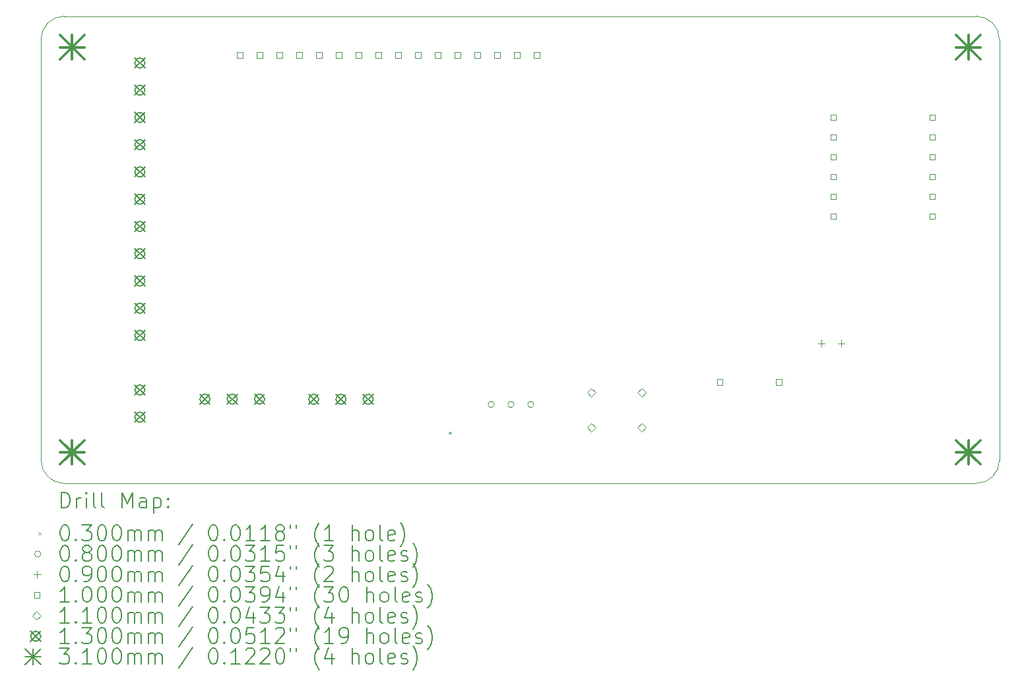
<source format=gbr>
%TF.GenerationSoftware,KiCad,Pcbnew,7.0.11-7.0.11~ubuntu22.04.1*%
%TF.CreationDate,2024-03-21T10:39:04+01:00*%
%TF.ProjectId,displayshield,64697370-6c61-4797-9368-69656c642e6b,rev?*%
%TF.SameCoordinates,Original*%
%TF.FileFunction,Drillmap*%
%TF.FilePolarity,Positive*%
%FSLAX45Y45*%
G04 Gerber Fmt 4.5, Leading zero omitted, Abs format (unit mm)*
G04 Created by KiCad (PCBNEW 7.0.11-7.0.11~ubuntu22.04.1) date 2024-03-21 10:39:04*
%MOMM*%
%LPD*%
G01*
G04 APERTURE LIST*
%ADD10C,0.050000*%
%ADD11C,0.200000*%
%ADD12C,0.100000*%
%ADD13C,0.110000*%
%ADD14C,0.130000*%
%ADD15C,0.310000*%
G04 APERTURE END LIST*
D10*
X10300000Y-11300000D02*
X10300000Y-5900000D01*
X10600000Y-5600000D02*
X22300000Y-5600000D01*
X10600000Y-5600000D02*
G75*
G03*
X10300000Y-5900000I0J-300000D01*
G01*
X22600000Y-5900000D02*
X22600000Y-11300000D01*
X22300000Y-11600000D02*
X10600000Y-11600000D01*
X22600000Y-5900000D02*
G75*
G03*
X22300000Y-5600000I-300000J0D01*
G01*
X22300000Y-11600000D02*
G75*
G03*
X22600000Y-11300000I0J300000D01*
G01*
X10300000Y-11300000D02*
G75*
G03*
X10600000Y-11600000I300000J0D01*
G01*
D11*
D12*
X15535000Y-10935000D02*
X15565000Y-10965000D01*
X15565000Y-10935000D02*
X15535000Y-10965000D01*
X16117757Y-10585407D02*
G75*
G03*
X16037757Y-10585407I-40000J0D01*
G01*
X16037757Y-10585407D02*
G75*
G03*
X16117757Y-10585407I40000J0D01*
G01*
X16371757Y-10585407D02*
G75*
G03*
X16291757Y-10585407I-40000J0D01*
G01*
X16291757Y-10585407D02*
G75*
G03*
X16371757Y-10585407I40000J0D01*
G01*
X16625757Y-10585407D02*
G75*
G03*
X16545757Y-10585407I-40000J0D01*
G01*
X16545757Y-10585407D02*
G75*
G03*
X16625757Y-10585407I40000J0D01*
G01*
X20315263Y-9755000D02*
X20315263Y-9845000D01*
X20270263Y-9800000D02*
X20360263Y-9800000D01*
X20569263Y-9755000D02*
X20569263Y-9845000D01*
X20524263Y-9800000D02*
X20614263Y-9800000D01*
X12888618Y-6135356D02*
X12888618Y-6064644D01*
X12817907Y-6064644D01*
X12817907Y-6135356D01*
X12888618Y-6135356D01*
X13142618Y-6135356D02*
X13142618Y-6064644D01*
X13071907Y-6064644D01*
X13071907Y-6135356D01*
X13142618Y-6135356D01*
X13396618Y-6135356D02*
X13396618Y-6064644D01*
X13325907Y-6064644D01*
X13325907Y-6135356D01*
X13396618Y-6135356D01*
X13650618Y-6135356D02*
X13650618Y-6064644D01*
X13579907Y-6064644D01*
X13579907Y-6135356D01*
X13650618Y-6135356D01*
X13904618Y-6135356D02*
X13904618Y-6064644D01*
X13833907Y-6064644D01*
X13833907Y-6135356D01*
X13904618Y-6135356D01*
X14158618Y-6135356D02*
X14158618Y-6064644D01*
X14087907Y-6064644D01*
X14087907Y-6135356D01*
X14158618Y-6135356D01*
X14412618Y-6135356D02*
X14412618Y-6064644D01*
X14341907Y-6064644D01*
X14341907Y-6135356D01*
X14412618Y-6135356D01*
X14666618Y-6135356D02*
X14666618Y-6064644D01*
X14595907Y-6064644D01*
X14595907Y-6135356D01*
X14666618Y-6135356D01*
X14920618Y-6135356D02*
X14920618Y-6064644D01*
X14849907Y-6064644D01*
X14849907Y-6135356D01*
X14920618Y-6135356D01*
X15174618Y-6135356D02*
X15174618Y-6064644D01*
X15103907Y-6064644D01*
X15103907Y-6135356D01*
X15174618Y-6135356D01*
X15428618Y-6135356D02*
X15428618Y-6064644D01*
X15357907Y-6064644D01*
X15357907Y-6135356D01*
X15428618Y-6135356D01*
X15682618Y-6135356D02*
X15682618Y-6064644D01*
X15611907Y-6064644D01*
X15611907Y-6135356D01*
X15682618Y-6135356D01*
X15936618Y-6135356D02*
X15936618Y-6064644D01*
X15865907Y-6064644D01*
X15865907Y-6135356D01*
X15936618Y-6135356D01*
X16190618Y-6135356D02*
X16190618Y-6064644D01*
X16119907Y-6064644D01*
X16119907Y-6135356D01*
X16190618Y-6135356D01*
X16444618Y-6135356D02*
X16444618Y-6064644D01*
X16373907Y-6064644D01*
X16373907Y-6135356D01*
X16444618Y-6135356D01*
X16698618Y-6135356D02*
X16698618Y-6064644D01*
X16627907Y-6064644D01*
X16627907Y-6135356D01*
X16698618Y-6135356D01*
X19044618Y-10335356D02*
X19044618Y-10264644D01*
X18973907Y-10264644D01*
X18973907Y-10335356D01*
X19044618Y-10335356D01*
X19804618Y-10335356D02*
X19804618Y-10264644D01*
X19733907Y-10264644D01*
X19733907Y-10335356D01*
X19804618Y-10335356D01*
X20504618Y-6935356D02*
X20504618Y-6864644D01*
X20433907Y-6864644D01*
X20433907Y-6935356D01*
X20504618Y-6935356D01*
X20504618Y-7189356D02*
X20504618Y-7118644D01*
X20433907Y-7118644D01*
X20433907Y-7189356D01*
X20504618Y-7189356D01*
X20504618Y-7443356D02*
X20504618Y-7372644D01*
X20433907Y-7372644D01*
X20433907Y-7443356D01*
X20504618Y-7443356D01*
X20504618Y-7697356D02*
X20504618Y-7626644D01*
X20433907Y-7626644D01*
X20433907Y-7697356D01*
X20504618Y-7697356D01*
X20504618Y-7951356D02*
X20504618Y-7880644D01*
X20433907Y-7880644D01*
X20433907Y-7951356D01*
X20504618Y-7951356D01*
X20504618Y-8205356D02*
X20504618Y-8134644D01*
X20433907Y-8134644D01*
X20433907Y-8205356D01*
X20504618Y-8205356D01*
X21774618Y-6935356D02*
X21774618Y-6864644D01*
X21703907Y-6864644D01*
X21703907Y-6935356D01*
X21774618Y-6935356D01*
X21774618Y-7189356D02*
X21774618Y-7118644D01*
X21703907Y-7118644D01*
X21703907Y-7189356D01*
X21774618Y-7189356D01*
X21774618Y-7443356D02*
X21774618Y-7372644D01*
X21703907Y-7372644D01*
X21703907Y-7443356D01*
X21774618Y-7443356D01*
X21774618Y-7697356D02*
X21774618Y-7626644D01*
X21703907Y-7626644D01*
X21703907Y-7697356D01*
X21774618Y-7697356D01*
X21774618Y-7951356D02*
X21774618Y-7880644D01*
X21703907Y-7880644D01*
X21703907Y-7951356D01*
X21774618Y-7951356D01*
X21774618Y-8205356D02*
X21774618Y-8134644D01*
X21703907Y-8134644D01*
X21703907Y-8205356D01*
X21774618Y-8205356D01*
D13*
X17360757Y-10485736D02*
X17415757Y-10430736D01*
X17360757Y-10375736D01*
X17305757Y-10430736D01*
X17360757Y-10485736D01*
X17360757Y-10935736D02*
X17415757Y-10880736D01*
X17360757Y-10825736D01*
X17305757Y-10880736D01*
X17360757Y-10935736D01*
X18010757Y-10485736D02*
X18065757Y-10430736D01*
X18010757Y-10375736D01*
X17955757Y-10430736D01*
X18010757Y-10485736D01*
X18010757Y-10935736D02*
X18065757Y-10880736D01*
X18010757Y-10825736D01*
X17955757Y-10880736D01*
X18010757Y-10935736D01*
D14*
X11504262Y-6135000D02*
X11634262Y-6265000D01*
X11634262Y-6135000D02*
X11504262Y-6265000D01*
X11634262Y-6200000D02*
G75*
G03*
X11504262Y-6200000I-65000J0D01*
G01*
X11504262Y-6200000D02*
G75*
G03*
X11634262Y-6200000I65000J0D01*
G01*
X11504262Y-6485000D02*
X11634262Y-6615000D01*
X11634262Y-6485000D02*
X11504262Y-6615000D01*
X11634262Y-6550000D02*
G75*
G03*
X11504262Y-6550000I-65000J0D01*
G01*
X11504262Y-6550000D02*
G75*
G03*
X11634262Y-6550000I65000J0D01*
G01*
X11504262Y-6835000D02*
X11634262Y-6965000D01*
X11634262Y-6835000D02*
X11504262Y-6965000D01*
X11634262Y-6900000D02*
G75*
G03*
X11504262Y-6900000I-65000J0D01*
G01*
X11504262Y-6900000D02*
G75*
G03*
X11634262Y-6900000I65000J0D01*
G01*
X11504262Y-7185000D02*
X11634262Y-7315000D01*
X11634262Y-7185000D02*
X11504262Y-7315000D01*
X11634262Y-7250000D02*
G75*
G03*
X11504262Y-7250000I-65000J0D01*
G01*
X11504262Y-7250000D02*
G75*
G03*
X11634262Y-7250000I65000J0D01*
G01*
X11504262Y-7535000D02*
X11634262Y-7665000D01*
X11634262Y-7535000D02*
X11504262Y-7665000D01*
X11634262Y-7600000D02*
G75*
G03*
X11504262Y-7600000I-65000J0D01*
G01*
X11504262Y-7600000D02*
G75*
G03*
X11634262Y-7600000I65000J0D01*
G01*
X11504262Y-7885000D02*
X11634262Y-8015000D01*
X11634262Y-7885000D02*
X11504262Y-8015000D01*
X11634262Y-7950000D02*
G75*
G03*
X11504262Y-7950000I-65000J0D01*
G01*
X11504262Y-7950000D02*
G75*
G03*
X11634262Y-7950000I65000J0D01*
G01*
X11504262Y-8235000D02*
X11634262Y-8365000D01*
X11634262Y-8235000D02*
X11504262Y-8365000D01*
X11634262Y-8300000D02*
G75*
G03*
X11504262Y-8300000I-65000J0D01*
G01*
X11504262Y-8300000D02*
G75*
G03*
X11634262Y-8300000I65000J0D01*
G01*
X11504262Y-8585000D02*
X11634262Y-8715000D01*
X11634262Y-8585000D02*
X11504262Y-8715000D01*
X11634262Y-8650000D02*
G75*
G03*
X11504262Y-8650000I-65000J0D01*
G01*
X11504262Y-8650000D02*
G75*
G03*
X11634262Y-8650000I65000J0D01*
G01*
X11504262Y-8935000D02*
X11634262Y-9065000D01*
X11634262Y-8935000D02*
X11504262Y-9065000D01*
X11634262Y-9000000D02*
G75*
G03*
X11504262Y-9000000I-65000J0D01*
G01*
X11504262Y-9000000D02*
G75*
G03*
X11634262Y-9000000I65000J0D01*
G01*
X11504262Y-9285000D02*
X11634262Y-9415000D01*
X11634262Y-9285000D02*
X11504262Y-9415000D01*
X11634262Y-9350000D02*
G75*
G03*
X11504262Y-9350000I-65000J0D01*
G01*
X11504262Y-9350000D02*
G75*
G03*
X11634262Y-9350000I65000J0D01*
G01*
X11504262Y-9635000D02*
X11634262Y-9765000D01*
X11634262Y-9635000D02*
X11504262Y-9765000D01*
X11634262Y-9700000D02*
G75*
G03*
X11504262Y-9700000I-65000J0D01*
G01*
X11504262Y-9700000D02*
G75*
G03*
X11634262Y-9700000I65000J0D01*
G01*
X11504262Y-10335000D02*
X11634262Y-10465000D01*
X11634262Y-10335000D02*
X11504262Y-10465000D01*
X11634262Y-10400000D02*
G75*
G03*
X11504262Y-10400000I-65000J0D01*
G01*
X11504262Y-10400000D02*
G75*
G03*
X11634262Y-10400000I65000J0D01*
G01*
X11504262Y-10685000D02*
X11634262Y-10815000D01*
X11634262Y-10685000D02*
X11504262Y-10815000D01*
X11634262Y-10750000D02*
G75*
G03*
X11504262Y-10750000I-65000J0D01*
G01*
X11504262Y-10750000D02*
G75*
G03*
X11634262Y-10750000I65000J0D01*
G01*
X12339752Y-10452320D02*
X12469752Y-10582320D01*
X12469752Y-10452320D02*
X12339752Y-10582320D01*
X12469752Y-10517320D02*
G75*
G03*
X12339752Y-10517320I-65000J0D01*
G01*
X12339752Y-10517320D02*
G75*
G03*
X12469752Y-10517320I65000J0D01*
G01*
X12689752Y-10452320D02*
X12819752Y-10582320D01*
X12819752Y-10452320D02*
X12689752Y-10582320D01*
X12819752Y-10517320D02*
G75*
G03*
X12689752Y-10517320I-65000J0D01*
G01*
X12689752Y-10517320D02*
G75*
G03*
X12819752Y-10517320I65000J0D01*
G01*
X13039752Y-10452320D02*
X13169752Y-10582320D01*
X13169752Y-10452320D02*
X13039752Y-10582320D01*
X13169752Y-10517320D02*
G75*
G03*
X13039752Y-10517320I-65000J0D01*
G01*
X13039752Y-10517320D02*
G75*
G03*
X13169752Y-10517320I65000J0D01*
G01*
X13735000Y-10454595D02*
X13865000Y-10584595D01*
X13865000Y-10454595D02*
X13735000Y-10584595D01*
X13865000Y-10519595D02*
G75*
G03*
X13735000Y-10519595I-65000J0D01*
G01*
X13735000Y-10519595D02*
G75*
G03*
X13865000Y-10519595I65000J0D01*
G01*
X14085000Y-10454595D02*
X14215000Y-10584595D01*
X14215000Y-10454595D02*
X14085000Y-10584595D01*
X14215000Y-10519595D02*
G75*
G03*
X14085000Y-10519595I-65000J0D01*
G01*
X14085000Y-10519595D02*
G75*
G03*
X14215000Y-10519595I65000J0D01*
G01*
X14435000Y-10454595D02*
X14565000Y-10584595D01*
X14565000Y-10454595D02*
X14435000Y-10584595D01*
X14565000Y-10519595D02*
G75*
G03*
X14435000Y-10519595I-65000J0D01*
G01*
X14435000Y-10519595D02*
G75*
G03*
X14565000Y-10519595I65000J0D01*
G01*
D15*
X10545000Y-5845000D02*
X10855000Y-6155000D01*
X10855000Y-5845000D02*
X10545000Y-6155000D01*
X10700000Y-5845000D02*
X10700000Y-6155000D01*
X10545000Y-6000000D02*
X10855000Y-6000000D01*
X10545000Y-11045000D02*
X10855000Y-11355000D01*
X10855000Y-11045000D02*
X10545000Y-11355000D01*
X10700000Y-11045000D02*
X10700000Y-11355000D01*
X10545000Y-11200000D02*
X10855000Y-11200000D01*
X22045000Y-5845000D02*
X22355000Y-6155000D01*
X22355000Y-5845000D02*
X22045000Y-6155000D01*
X22200000Y-5845000D02*
X22200000Y-6155000D01*
X22045000Y-6000000D02*
X22355000Y-6000000D01*
X22045000Y-11045000D02*
X22355000Y-11355000D01*
X22355000Y-11045000D02*
X22045000Y-11355000D01*
X22200000Y-11045000D02*
X22200000Y-11355000D01*
X22045000Y-11200000D02*
X22355000Y-11200000D01*
D11*
X10558277Y-11913984D02*
X10558277Y-11713984D01*
X10558277Y-11713984D02*
X10605896Y-11713984D01*
X10605896Y-11713984D02*
X10634467Y-11723508D01*
X10634467Y-11723508D02*
X10653515Y-11742555D01*
X10653515Y-11742555D02*
X10663039Y-11761603D01*
X10663039Y-11761603D02*
X10672563Y-11799698D01*
X10672563Y-11799698D02*
X10672563Y-11828269D01*
X10672563Y-11828269D02*
X10663039Y-11866365D01*
X10663039Y-11866365D02*
X10653515Y-11885412D01*
X10653515Y-11885412D02*
X10634467Y-11904460D01*
X10634467Y-11904460D02*
X10605896Y-11913984D01*
X10605896Y-11913984D02*
X10558277Y-11913984D01*
X10758277Y-11913984D02*
X10758277Y-11780650D01*
X10758277Y-11818746D02*
X10767801Y-11799698D01*
X10767801Y-11799698D02*
X10777324Y-11790174D01*
X10777324Y-11790174D02*
X10796372Y-11780650D01*
X10796372Y-11780650D02*
X10815420Y-11780650D01*
X10882086Y-11913984D02*
X10882086Y-11780650D01*
X10882086Y-11713984D02*
X10872563Y-11723508D01*
X10872563Y-11723508D02*
X10882086Y-11733031D01*
X10882086Y-11733031D02*
X10891610Y-11723508D01*
X10891610Y-11723508D02*
X10882086Y-11713984D01*
X10882086Y-11713984D02*
X10882086Y-11733031D01*
X11005896Y-11913984D02*
X10986848Y-11904460D01*
X10986848Y-11904460D02*
X10977324Y-11885412D01*
X10977324Y-11885412D02*
X10977324Y-11713984D01*
X11110658Y-11913984D02*
X11091610Y-11904460D01*
X11091610Y-11904460D02*
X11082086Y-11885412D01*
X11082086Y-11885412D02*
X11082086Y-11713984D01*
X11339229Y-11913984D02*
X11339229Y-11713984D01*
X11339229Y-11713984D02*
X11405896Y-11856841D01*
X11405896Y-11856841D02*
X11472562Y-11713984D01*
X11472562Y-11713984D02*
X11472562Y-11913984D01*
X11653515Y-11913984D02*
X11653515Y-11809222D01*
X11653515Y-11809222D02*
X11643991Y-11790174D01*
X11643991Y-11790174D02*
X11624943Y-11780650D01*
X11624943Y-11780650D02*
X11586848Y-11780650D01*
X11586848Y-11780650D02*
X11567801Y-11790174D01*
X11653515Y-11904460D02*
X11634467Y-11913984D01*
X11634467Y-11913984D02*
X11586848Y-11913984D01*
X11586848Y-11913984D02*
X11567801Y-11904460D01*
X11567801Y-11904460D02*
X11558277Y-11885412D01*
X11558277Y-11885412D02*
X11558277Y-11866365D01*
X11558277Y-11866365D02*
X11567801Y-11847317D01*
X11567801Y-11847317D02*
X11586848Y-11837793D01*
X11586848Y-11837793D02*
X11634467Y-11837793D01*
X11634467Y-11837793D02*
X11653515Y-11828269D01*
X11748753Y-11780650D02*
X11748753Y-11980650D01*
X11748753Y-11790174D02*
X11767801Y-11780650D01*
X11767801Y-11780650D02*
X11805896Y-11780650D01*
X11805896Y-11780650D02*
X11824943Y-11790174D01*
X11824943Y-11790174D02*
X11834467Y-11799698D01*
X11834467Y-11799698D02*
X11843991Y-11818746D01*
X11843991Y-11818746D02*
X11843991Y-11875888D01*
X11843991Y-11875888D02*
X11834467Y-11894936D01*
X11834467Y-11894936D02*
X11824943Y-11904460D01*
X11824943Y-11904460D02*
X11805896Y-11913984D01*
X11805896Y-11913984D02*
X11767801Y-11913984D01*
X11767801Y-11913984D02*
X11748753Y-11904460D01*
X11929705Y-11894936D02*
X11939229Y-11904460D01*
X11939229Y-11904460D02*
X11929705Y-11913984D01*
X11929705Y-11913984D02*
X11920182Y-11904460D01*
X11920182Y-11904460D02*
X11929705Y-11894936D01*
X11929705Y-11894936D02*
X11929705Y-11913984D01*
X11929705Y-11790174D02*
X11939229Y-11799698D01*
X11939229Y-11799698D02*
X11929705Y-11809222D01*
X11929705Y-11809222D02*
X11920182Y-11799698D01*
X11920182Y-11799698D02*
X11929705Y-11790174D01*
X11929705Y-11790174D02*
X11929705Y-11809222D01*
D12*
X10267500Y-12227500D02*
X10297500Y-12257500D01*
X10297500Y-12227500D02*
X10267500Y-12257500D01*
D11*
X10596372Y-12133984D02*
X10615420Y-12133984D01*
X10615420Y-12133984D02*
X10634467Y-12143508D01*
X10634467Y-12143508D02*
X10643991Y-12153031D01*
X10643991Y-12153031D02*
X10653515Y-12172079D01*
X10653515Y-12172079D02*
X10663039Y-12210174D01*
X10663039Y-12210174D02*
X10663039Y-12257793D01*
X10663039Y-12257793D02*
X10653515Y-12295888D01*
X10653515Y-12295888D02*
X10643991Y-12314936D01*
X10643991Y-12314936D02*
X10634467Y-12324460D01*
X10634467Y-12324460D02*
X10615420Y-12333984D01*
X10615420Y-12333984D02*
X10596372Y-12333984D01*
X10596372Y-12333984D02*
X10577324Y-12324460D01*
X10577324Y-12324460D02*
X10567801Y-12314936D01*
X10567801Y-12314936D02*
X10558277Y-12295888D01*
X10558277Y-12295888D02*
X10548753Y-12257793D01*
X10548753Y-12257793D02*
X10548753Y-12210174D01*
X10548753Y-12210174D02*
X10558277Y-12172079D01*
X10558277Y-12172079D02*
X10567801Y-12153031D01*
X10567801Y-12153031D02*
X10577324Y-12143508D01*
X10577324Y-12143508D02*
X10596372Y-12133984D01*
X10748753Y-12314936D02*
X10758277Y-12324460D01*
X10758277Y-12324460D02*
X10748753Y-12333984D01*
X10748753Y-12333984D02*
X10739229Y-12324460D01*
X10739229Y-12324460D02*
X10748753Y-12314936D01*
X10748753Y-12314936D02*
X10748753Y-12333984D01*
X10824944Y-12133984D02*
X10948753Y-12133984D01*
X10948753Y-12133984D02*
X10882086Y-12210174D01*
X10882086Y-12210174D02*
X10910658Y-12210174D01*
X10910658Y-12210174D02*
X10929705Y-12219698D01*
X10929705Y-12219698D02*
X10939229Y-12229222D01*
X10939229Y-12229222D02*
X10948753Y-12248269D01*
X10948753Y-12248269D02*
X10948753Y-12295888D01*
X10948753Y-12295888D02*
X10939229Y-12314936D01*
X10939229Y-12314936D02*
X10929705Y-12324460D01*
X10929705Y-12324460D02*
X10910658Y-12333984D01*
X10910658Y-12333984D02*
X10853515Y-12333984D01*
X10853515Y-12333984D02*
X10834467Y-12324460D01*
X10834467Y-12324460D02*
X10824944Y-12314936D01*
X11072563Y-12133984D02*
X11091610Y-12133984D01*
X11091610Y-12133984D02*
X11110658Y-12143508D01*
X11110658Y-12143508D02*
X11120182Y-12153031D01*
X11120182Y-12153031D02*
X11129705Y-12172079D01*
X11129705Y-12172079D02*
X11139229Y-12210174D01*
X11139229Y-12210174D02*
X11139229Y-12257793D01*
X11139229Y-12257793D02*
X11129705Y-12295888D01*
X11129705Y-12295888D02*
X11120182Y-12314936D01*
X11120182Y-12314936D02*
X11110658Y-12324460D01*
X11110658Y-12324460D02*
X11091610Y-12333984D01*
X11091610Y-12333984D02*
X11072563Y-12333984D01*
X11072563Y-12333984D02*
X11053515Y-12324460D01*
X11053515Y-12324460D02*
X11043991Y-12314936D01*
X11043991Y-12314936D02*
X11034467Y-12295888D01*
X11034467Y-12295888D02*
X11024944Y-12257793D01*
X11024944Y-12257793D02*
X11024944Y-12210174D01*
X11024944Y-12210174D02*
X11034467Y-12172079D01*
X11034467Y-12172079D02*
X11043991Y-12153031D01*
X11043991Y-12153031D02*
X11053515Y-12143508D01*
X11053515Y-12143508D02*
X11072563Y-12133984D01*
X11263039Y-12133984D02*
X11282086Y-12133984D01*
X11282086Y-12133984D02*
X11301134Y-12143508D01*
X11301134Y-12143508D02*
X11310658Y-12153031D01*
X11310658Y-12153031D02*
X11320182Y-12172079D01*
X11320182Y-12172079D02*
X11329705Y-12210174D01*
X11329705Y-12210174D02*
X11329705Y-12257793D01*
X11329705Y-12257793D02*
X11320182Y-12295888D01*
X11320182Y-12295888D02*
X11310658Y-12314936D01*
X11310658Y-12314936D02*
X11301134Y-12324460D01*
X11301134Y-12324460D02*
X11282086Y-12333984D01*
X11282086Y-12333984D02*
X11263039Y-12333984D01*
X11263039Y-12333984D02*
X11243991Y-12324460D01*
X11243991Y-12324460D02*
X11234467Y-12314936D01*
X11234467Y-12314936D02*
X11224943Y-12295888D01*
X11224943Y-12295888D02*
X11215420Y-12257793D01*
X11215420Y-12257793D02*
X11215420Y-12210174D01*
X11215420Y-12210174D02*
X11224943Y-12172079D01*
X11224943Y-12172079D02*
X11234467Y-12153031D01*
X11234467Y-12153031D02*
X11243991Y-12143508D01*
X11243991Y-12143508D02*
X11263039Y-12133984D01*
X11415420Y-12333984D02*
X11415420Y-12200650D01*
X11415420Y-12219698D02*
X11424943Y-12210174D01*
X11424943Y-12210174D02*
X11443991Y-12200650D01*
X11443991Y-12200650D02*
X11472563Y-12200650D01*
X11472563Y-12200650D02*
X11491610Y-12210174D01*
X11491610Y-12210174D02*
X11501134Y-12229222D01*
X11501134Y-12229222D02*
X11501134Y-12333984D01*
X11501134Y-12229222D02*
X11510658Y-12210174D01*
X11510658Y-12210174D02*
X11529705Y-12200650D01*
X11529705Y-12200650D02*
X11558277Y-12200650D01*
X11558277Y-12200650D02*
X11577324Y-12210174D01*
X11577324Y-12210174D02*
X11586848Y-12229222D01*
X11586848Y-12229222D02*
X11586848Y-12333984D01*
X11682086Y-12333984D02*
X11682086Y-12200650D01*
X11682086Y-12219698D02*
X11691610Y-12210174D01*
X11691610Y-12210174D02*
X11710658Y-12200650D01*
X11710658Y-12200650D02*
X11739229Y-12200650D01*
X11739229Y-12200650D02*
X11758277Y-12210174D01*
X11758277Y-12210174D02*
X11767801Y-12229222D01*
X11767801Y-12229222D02*
X11767801Y-12333984D01*
X11767801Y-12229222D02*
X11777324Y-12210174D01*
X11777324Y-12210174D02*
X11796372Y-12200650D01*
X11796372Y-12200650D02*
X11824943Y-12200650D01*
X11824943Y-12200650D02*
X11843991Y-12210174D01*
X11843991Y-12210174D02*
X11853515Y-12229222D01*
X11853515Y-12229222D02*
X11853515Y-12333984D01*
X12243991Y-12124460D02*
X12072563Y-12381603D01*
X12501134Y-12133984D02*
X12520182Y-12133984D01*
X12520182Y-12133984D02*
X12539229Y-12143508D01*
X12539229Y-12143508D02*
X12548753Y-12153031D01*
X12548753Y-12153031D02*
X12558277Y-12172079D01*
X12558277Y-12172079D02*
X12567801Y-12210174D01*
X12567801Y-12210174D02*
X12567801Y-12257793D01*
X12567801Y-12257793D02*
X12558277Y-12295888D01*
X12558277Y-12295888D02*
X12548753Y-12314936D01*
X12548753Y-12314936D02*
X12539229Y-12324460D01*
X12539229Y-12324460D02*
X12520182Y-12333984D01*
X12520182Y-12333984D02*
X12501134Y-12333984D01*
X12501134Y-12333984D02*
X12482086Y-12324460D01*
X12482086Y-12324460D02*
X12472563Y-12314936D01*
X12472563Y-12314936D02*
X12463039Y-12295888D01*
X12463039Y-12295888D02*
X12453515Y-12257793D01*
X12453515Y-12257793D02*
X12453515Y-12210174D01*
X12453515Y-12210174D02*
X12463039Y-12172079D01*
X12463039Y-12172079D02*
X12472563Y-12153031D01*
X12472563Y-12153031D02*
X12482086Y-12143508D01*
X12482086Y-12143508D02*
X12501134Y-12133984D01*
X12653515Y-12314936D02*
X12663039Y-12324460D01*
X12663039Y-12324460D02*
X12653515Y-12333984D01*
X12653515Y-12333984D02*
X12643991Y-12324460D01*
X12643991Y-12324460D02*
X12653515Y-12314936D01*
X12653515Y-12314936D02*
X12653515Y-12333984D01*
X12786848Y-12133984D02*
X12805896Y-12133984D01*
X12805896Y-12133984D02*
X12824944Y-12143508D01*
X12824944Y-12143508D02*
X12834467Y-12153031D01*
X12834467Y-12153031D02*
X12843991Y-12172079D01*
X12843991Y-12172079D02*
X12853515Y-12210174D01*
X12853515Y-12210174D02*
X12853515Y-12257793D01*
X12853515Y-12257793D02*
X12843991Y-12295888D01*
X12843991Y-12295888D02*
X12834467Y-12314936D01*
X12834467Y-12314936D02*
X12824944Y-12324460D01*
X12824944Y-12324460D02*
X12805896Y-12333984D01*
X12805896Y-12333984D02*
X12786848Y-12333984D01*
X12786848Y-12333984D02*
X12767801Y-12324460D01*
X12767801Y-12324460D02*
X12758277Y-12314936D01*
X12758277Y-12314936D02*
X12748753Y-12295888D01*
X12748753Y-12295888D02*
X12739229Y-12257793D01*
X12739229Y-12257793D02*
X12739229Y-12210174D01*
X12739229Y-12210174D02*
X12748753Y-12172079D01*
X12748753Y-12172079D02*
X12758277Y-12153031D01*
X12758277Y-12153031D02*
X12767801Y-12143508D01*
X12767801Y-12143508D02*
X12786848Y-12133984D01*
X13043991Y-12333984D02*
X12929706Y-12333984D01*
X12986848Y-12333984D02*
X12986848Y-12133984D01*
X12986848Y-12133984D02*
X12967801Y-12162555D01*
X12967801Y-12162555D02*
X12948753Y-12181603D01*
X12948753Y-12181603D02*
X12929706Y-12191127D01*
X13234467Y-12333984D02*
X13120182Y-12333984D01*
X13177325Y-12333984D02*
X13177325Y-12133984D01*
X13177325Y-12133984D02*
X13158277Y-12162555D01*
X13158277Y-12162555D02*
X13139229Y-12181603D01*
X13139229Y-12181603D02*
X13120182Y-12191127D01*
X13348753Y-12219698D02*
X13329706Y-12210174D01*
X13329706Y-12210174D02*
X13320182Y-12200650D01*
X13320182Y-12200650D02*
X13310658Y-12181603D01*
X13310658Y-12181603D02*
X13310658Y-12172079D01*
X13310658Y-12172079D02*
X13320182Y-12153031D01*
X13320182Y-12153031D02*
X13329706Y-12143508D01*
X13329706Y-12143508D02*
X13348753Y-12133984D01*
X13348753Y-12133984D02*
X13386848Y-12133984D01*
X13386848Y-12133984D02*
X13405896Y-12143508D01*
X13405896Y-12143508D02*
X13415420Y-12153031D01*
X13415420Y-12153031D02*
X13424944Y-12172079D01*
X13424944Y-12172079D02*
X13424944Y-12181603D01*
X13424944Y-12181603D02*
X13415420Y-12200650D01*
X13415420Y-12200650D02*
X13405896Y-12210174D01*
X13405896Y-12210174D02*
X13386848Y-12219698D01*
X13386848Y-12219698D02*
X13348753Y-12219698D01*
X13348753Y-12219698D02*
X13329706Y-12229222D01*
X13329706Y-12229222D02*
X13320182Y-12238746D01*
X13320182Y-12238746D02*
X13310658Y-12257793D01*
X13310658Y-12257793D02*
X13310658Y-12295888D01*
X13310658Y-12295888D02*
X13320182Y-12314936D01*
X13320182Y-12314936D02*
X13329706Y-12324460D01*
X13329706Y-12324460D02*
X13348753Y-12333984D01*
X13348753Y-12333984D02*
X13386848Y-12333984D01*
X13386848Y-12333984D02*
X13405896Y-12324460D01*
X13405896Y-12324460D02*
X13415420Y-12314936D01*
X13415420Y-12314936D02*
X13424944Y-12295888D01*
X13424944Y-12295888D02*
X13424944Y-12257793D01*
X13424944Y-12257793D02*
X13415420Y-12238746D01*
X13415420Y-12238746D02*
X13405896Y-12229222D01*
X13405896Y-12229222D02*
X13386848Y-12219698D01*
X13501134Y-12133984D02*
X13501134Y-12172079D01*
X13577325Y-12133984D02*
X13577325Y-12172079D01*
X13872563Y-12410174D02*
X13863039Y-12400650D01*
X13863039Y-12400650D02*
X13843991Y-12372079D01*
X13843991Y-12372079D02*
X13834468Y-12353031D01*
X13834468Y-12353031D02*
X13824944Y-12324460D01*
X13824944Y-12324460D02*
X13815420Y-12276841D01*
X13815420Y-12276841D02*
X13815420Y-12238746D01*
X13815420Y-12238746D02*
X13824944Y-12191127D01*
X13824944Y-12191127D02*
X13834468Y-12162555D01*
X13834468Y-12162555D02*
X13843991Y-12143508D01*
X13843991Y-12143508D02*
X13863039Y-12114936D01*
X13863039Y-12114936D02*
X13872563Y-12105412D01*
X14053515Y-12333984D02*
X13939229Y-12333984D01*
X13996372Y-12333984D02*
X13996372Y-12133984D01*
X13996372Y-12133984D02*
X13977325Y-12162555D01*
X13977325Y-12162555D02*
X13958277Y-12181603D01*
X13958277Y-12181603D02*
X13939229Y-12191127D01*
X14291610Y-12333984D02*
X14291610Y-12133984D01*
X14377325Y-12333984D02*
X14377325Y-12229222D01*
X14377325Y-12229222D02*
X14367801Y-12210174D01*
X14367801Y-12210174D02*
X14348753Y-12200650D01*
X14348753Y-12200650D02*
X14320182Y-12200650D01*
X14320182Y-12200650D02*
X14301134Y-12210174D01*
X14301134Y-12210174D02*
X14291610Y-12219698D01*
X14501134Y-12333984D02*
X14482087Y-12324460D01*
X14482087Y-12324460D02*
X14472563Y-12314936D01*
X14472563Y-12314936D02*
X14463039Y-12295888D01*
X14463039Y-12295888D02*
X14463039Y-12238746D01*
X14463039Y-12238746D02*
X14472563Y-12219698D01*
X14472563Y-12219698D02*
X14482087Y-12210174D01*
X14482087Y-12210174D02*
X14501134Y-12200650D01*
X14501134Y-12200650D02*
X14529706Y-12200650D01*
X14529706Y-12200650D02*
X14548753Y-12210174D01*
X14548753Y-12210174D02*
X14558277Y-12219698D01*
X14558277Y-12219698D02*
X14567801Y-12238746D01*
X14567801Y-12238746D02*
X14567801Y-12295888D01*
X14567801Y-12295888D02*
X14558277Y-12314936D01*
X14558277Y-12314936D02*
X14548753Y-12324460D01*
X14548753Y-12324460D02*
X14529706Y-12333984D01*
X14529706Y-12333984D02*
X14501134Y-12333984D01*
X14682087Y-12333984D02*
X14663039Y-12324460D01*
X14663039Y-12324460D02*
X14653515Y-12305412D01*
X14653515Y-12305412D02*
X14653515Y-12133984D01*
X14834468Y-12324460D02*
X14815420Y-12333984D01*
X14815420Y-12333984D02*
X14777325Y-12333984D01*
X14777325Y-12333984D02*
X14758277Y-12324460D01*
X14758277Y-12324460D02*
X14748753Y-12305412D01*
X14748753Y-12305412D02*
X14748753Y-12229222D01*
X14748753Y-12229222D02*
X14758277Y-12210174D01*
X14758277Y-12210174D02*
X14777325Y-12200650D01*
X14777325Y-12200650D02*
X14815420Y-12200650D01*
X14815420Y-12200650D02*
X14834468Y-12210174D01*
X14834468Y-12210174D02*
X14843991Y-12229222D01*
X14843991Y-12229222D02*
X14843991Y-12248269D01*
X14843991Y-12248269D02*
X14748753Y-12267317D01*
X14910658Y-12410174D02*
X14920182Y-12400650D01*
X14920182Y-12400650D02*
X14939230Y-12372079D01*
X14939230Y-12372079D02*
X14948753Y-12353031D01*
X14948753Y-12353031D02*
X14958277Y-12324460D01*
X14958277Y-12324460D02*
X14967801Y-12276841D01*
X14967801Y-12276841D02*
X14967801Y-12238746D01*
X14967801Y-12238746D02*
X14958277Y-12191127D01*
X14958277Y-12191127D02*
X14948753Y-12162555D01*
X14948753Y-12162555D02*
X14939230Y-12143508D01*
X14939230Y-12143508D02*
X14920182Y-12114936D01*
X14920182Y-12114936D02*
X14910658Y-12105412D01*
D12*
X10297500Y-12506500D02*
G75*
G03*
X10217500Y-12506500I-40000J0D01*
G01*
X10217500Y-12506500D02*
G75*
G03*
X10297500Y-12506500I40000J0D01*
G01*
D11*
X10596372Y-12397984D02*
X10615420Y-12397984D01*
X10615420Y-12397984D02*
X10634467Y-12407508D01*
X10634467Y-12407508D02*
X10643991Y-12417031D01*
X10643991Y-12417031D02*
X10653515Y-12436079D01*
X10653515Y-12436079D02*
X10663039Y-12474174D01*
X10663039Y-12474174D02*
X10663039Y-12521793D01*
X10663039Y-12521793D02*
X10653515Y-12559888D01*
X10653515Y-12559888D02*
X10643991Y-12578936D01*
X10643991Y-12578936D02*
X10634467Y-12588460D01*
X10634467Y-12588460D02*
X10615420Y-12597984D01*
X10615420Y-12597984D02*
X10596372Y-12597984D01*
X10596372Y-12597984D02*
X10577324Y-12588460D01*
X10577324Y-12588460D02*
X10567801Y-12578936D01*
X10567801Y-12578936D02*
X10558277Y-12559888D01*
X10558277Y-12559888D02*
X10548753Y-12521793D01*
X10548753Y-12521793D02*
X10548753Y-12474174D01*
X10548753Y-12474174D02*
X10558277Y-12436079D01*
X10558277Y-12436079D02*
X10567801Y-12417031D01*
X10567801Y-12417031D02*
X10577324Y-12407508D01*
X10577324Y-12407508D02*
X10596372Y-12397984D01*
X10748753Y-12578936D02*
X10758277Y-12588460D01*
X10758277Y-12588460D02*
X10748753Y-12597984D01*
X10748753Y-12597984D02*
X10739229Y-12588460D01*
X10739229Y-12588460D02*
X10748753Y-12578936D01*
X10748753Y-12578936D02*
X10748753Y-12597984D01*
X10872563Y-12483698D02*
X10853515Y-12474174D01*
X10853515Y-12474174D02*
X10843991Y-12464650D01*
X10843991Y-12464650D02*
X10834467Y-12445603D01*
X10834467Y-12445603D02*
X10834467Y-12436079D01*
X10834467Y-12436079D02*
X10843991Y-12417031D01*
X10843991Y-12417031D02*
X10853515Y-12407508D01*
X10853515Y-12407508D02*
X10872563Y-12397984D01*
X10872563Y-12397984D02*
X10910658Y-12397984D01*
X10910658Y-12397984D02*
X10929705Y-12407508D01*
X10929705Y-12407508D02*
X10939229Y-12417031D01*
X10939229Y-12417031D02*
X10948753Y-12436079D01*
X10948753Y-12436079D02*
X10948753Y-12445603D01*
X10948753Y-12445603D02*
X10939229Y-12464650D01*
X10939229Y-12464650D02*
X10929705Y-12474174D01*
X10929705Y-12474174D02*
X10910658Y-12483698D01*
X10910658Y-12483698D02*
X10872563Y-12483698D01*
X10872563Y-12483698D02*
X10853515Y-12493222D01*
X10853515Y-12493222D02*
X10843991Y-12502746D01*
X10843991Y-12502746D02*
X10834467Y-12521793D01*
X10834467Y-12521793D02*
X10834467Y-12559888D01*
X10834467Y-12559888D02*
X10843991Y-12578936D01*
X10843991Y-12578936D02*
X10853515Y-12588460D01*
X10853515Y-12588460D02*
X10872563Y-12597984D01*
X10872563Y-12597984D02*
X10910658Y-12597984D01*
X10910658Y-12597984D02*
X10929705Y-12588460D01*
X10929705Y-12588460D02*
X10939229Y-12578936D01*
X10939229Y-12578936D02*
X10948753Y-12559888D01*
X10948753Y-12559888D02*
X10948753Y-12521793D01*
X10948753Y-12521793D02*
X10939229Y-12502746D01*
X10939229Y-12502746D02*
X10929705Y-12493222D01*
X10929705Y-12493222D02*
X10910658Y-12483698D01*
X11072563Y-12397984D02*
X11091610Y-12397984D01*
X11091610Y-12397984D02*
X11110658Y-12407508D01*
X11110658Y-12407508D02*
X11120182Y-12417031D01*
X11120182Y-12417031D02*
X11129705Y-12436079D01*
X11129705Y-12436079D02*
X11139229Y-12474174D01*
X11139229Y-12474174D02*
X11139229Y-12521793D01*
X11139229Y-12521793D02*
X11129705Y-12559888D01*
X11129705Y-12559888D02*
X11120182Y-12578936D01*
X11120182Y-12578936D02*
X11110658Y-12588460D01*
X11110658Y-12588460D02*
X11091610Y-12597984D01*
X11091610Y-12597984D02*
X11072563Y-12597984D01*
X11072563Y-12597984D02*
X11053515Y-12588460D01*
X11053515Y-12588460D02*
X11043991Y-12578936D01*
X11043991Y-12578936D02*
X11034467Y-12559888D01*
X11034467Y-12559888D02*
X11024944Y-12521793D01*
X11024944Y-12521793D02*
X11024944Y-12474174D01*
X11024944Y-12474174D02*
X11034467Y-12436079D01*
X11034467Y-12436079D02*
X11043991Y-12417031D01*
X11043991Y-12417031D02*
X11053515Y-12407508D01*
X11053515Y-12407508D02*
X11072563Y-12397984D01*
X11263039Y-12397984D02*
X11282086Y-12397984D01*
X11282086Y-12397984D02*
X11301134Y-12407508D01*
X11301134Y-12407508D02*
X11310658Y-12417031D01*
X11310658Y-12417031D02*
X11320182Y-12436079D01*
X11320182Y-12436079D02*
X11329705Y-12474174D01*
X11329705Y-12474174D02*
X11329705Y-12521793D01*
X11329705Y-12521793D02*
X11320182Y-12559888D01*
X11320182Y-12559888D02*
X11310658Y-12578936D01*
X11310658Y-12578936D02*
X11301134Y-12588460D01*
X11301134Y-12588460D02*
X11282086Y-12597984D01*
X11282086Y-12597984D02*
X11263039Y-12597984D01*
X11263039Y-12597984D02*
X11243991Y-12588460D01*
X11243991Y-12588460D02*
X11234467Y-12578936D01*
X11234467Y-12578936D02*
X11224943Y-12559888D01*
X11224943Y-12559888D02*
X11215420Y-12521793D01*
X11215420Y-12521793D02*
X11215420Y-12474174D01*
X11215420Y-12474174D02*
X11224943Y-12436079D01*
X11224943Y-12436079D02*
X11234467Y-12417031D01*
X11234467Y-12417031D02*
X11243991Y-12407508D01*
X11243991Y-12407508D02*
X11263039Y-12397984D01*
X11415420Y-12597984D02*
X11415420Y-12464650D01*
X11415420Y-12483698D02*
X11424943Y-12474174D01*
X11424943Y-12474174D02*
X11443991Y-12464650D01*
X11443991Y-12464650D02*
X11472563Y-12464650D01*
X11472563Y-12464650D02*
X11491610Y-12474174D01*
X11491610Y-12474174D02*
X11501134Y-12493222D01*
X11501134Y-12493222D02*
X11501134Y-12597984D01*
X11501134Y-12493222D02*
X11510658Y-12474174D01*
X11510658Y-12474174D02*
X11529705Y-12464650D01*
X11529705Y-12464650D02*
X11558277Y-12464650D01*
X11558277Y-12464650D02*
X11577324Y-12474174D01*
X11577324Y-12474174D02*
X11586848Y-12493222D01*
X11586848Y-12493222D02*
X11586848Y-12597984D01*
X11682086Y-12597984D02*
X11682086Y-12464650D01*
X11682086Y-12483698D02*
X11691610Y-12474174D01*
X11691610Y-12474174D02*
X11710658Y-12464650D01*
X11710658Y-12464650D02*
X11739229Y-12464650D01*
X11739229Y-12464650D02*
X11758277Y-12474174D01*
X11758277Y-12474174D02*
X11767801Y-12493222D01*
X11767801Y-12493222D02*
X11767801Y-12597984D01*
X11767801Y-12493222D02*
X11777324Y-12474174D01*
X11777324Y-12474174D02*
X11796372Y-12464650D01*
X11796372Y-12464650D02*
X11824943Y-12464650D01*
X11824943Y-12464650D02*
X11843991Y-12474174D01*
X11843991Y-12474174D02*
X11853515Y-12493222D01*
X11853515Y-12493222D02*
X11853515Y-12597984D01*
X12243991Y-12388460D02*
X12072563Y-12645603D01*
X12501134Y-12397984D02*
X12520182Y-12397984D01*
X12520182Y-12397984D02*
X12539229Y-12407508D01*
X12539229Y-12407508D02*
X12548753Y-12417031D01*
X12548753Y-12417031D02*
X12558277Y-12436079D01*
X12558277Y-12436079D02*
X12567801Y-12474174D01*
X12567801Y-12474174D02*
X12567801Y-12521793D01*
X12567801Y-12521793D02*
X12558277Y-12559888D01*
X12558277Y-12559888D02*
X12548753Y-12578936D01*
X12548753Y-12578936D02*
X12539229Y-12588460D01*
X12539229Y-12588460D02*
X12520182Y-12597984D01*
X12520182Y-12597984D02*
X12501134Y-12597984D01*
X12501134Y-12597984D02*
X12482086Y-12588460D01*
X12482086Y-12588460D02*
X12472563Y-12578936D01*
X12472563Y-12578936D02*
X12463039Y-12559888D01*
X12463039Y-12559888D02*
X12453515Y-12521793D01*
X12453515Y-12521793D02*
X12453515Y-12474174D01*
X12453515Y-12474174D02*
X12463039Y-12436079D01*
X12463039Y-12436079D02*
X12472563Y-12417031D01*
X12472563Y-12417031D02*
X12482086Y-12407508D01*
X12482086Y-12407508D02*
X12501134Y-12397984D01*
X12653515Y-12578936D02*
X12663039Y-12588460D01*
X12663039Y-12588460D02*
X12653515Y-12597984D01*
X12653515Y-12597984D02*
X12643991Y-12588460D01*
X12643991Y-12588460D02*
X12653515Y-12578936D01*
X12653515Y-12578936D02*
X12653515Y-12597984D01*
X12786848Y-12397984D02*
X12805896Y-12397984D01*
X12805896Y-12397984D02*
X12824944Y-12407508D01*
X12824944Y-12407508D02*
X12834467Y-12417031D01*
X12834467Y-12417031D02*
X12843991Y-12436079D01*
X12843991Y-12436079D02*
X12853515Y-12474174D01*
X12853515Y-12474174D02*
X12853515Y-12521793D01*
X12853515Y-12521793D02*
X12843991Y-12559888D01*
X12843991Y-12559888D02*
X12834467Y-12578936D01*
X12834467Y-12578936D02*
X12824944Y-12588460D01*
X12824944Y-12588460D02*
X12805896Y-12597984D01*
X12805896Y-12597984D02*
X12786848Y-12597984D01*
X12786848Y-12597984D02*
X12767801Y-12588460D01*
X12767801Y-12588460D02*
X12758277Y-12578936D01*
X12758277Y-12578936D02*
X12748753Y-12559888D01*
X12748753Y-12559888D02*
X12739229Y-12521793D01*
X12739229Y-12521793D02*
X12739229Y-12474174D01*
X12739229Y-12474174D02*
X12748753Y-12436079D01*
X12748753Y-12436079D02*
X12758277Y-12417031D01*
X12758277Y-12417031D02*
X12767801Y-12407508D01*
X12767801Y-12407508D02*
X12786848Y-12397984D01*
X12920182Y-12397984D02*
X13043991Y-12397984D01*
X13043991Y-12397984D02*
X12977325Y-12474174D01*
X12977325Y-12474174D02*
X13005896Y-12474174D01*
X13005896Y-12474174D02*
X13024944Y-12483698D01*
X13024944Y-12483698D02*
X13034467Y-12493222D01*
X13034467Y-12493222D02*
X13043991Y-12512269D01*
X13043991Y-12512269D02*
X13043991Y-12559888D01*
X13043991Y-12559888D02*
X13034467Y-12578936D01*
X13034467Y-12578936D02*
X13024944Y-12588460D01*
X13024944Y-12588460D02*
X13005896Y-12597984D01*
X13005896Y-12597984D02*
X12948753Y-12597984D01*
X12948753Y-12597984D02*
X12929706Y-12588460D01*
X12929706Y-12588460D02*
X12920182Y-12578936D01*
X13234467Y-12597984D02*
X13120182Y-12597984D01*
X13177325Y-12597984D02*
X13177325Y-12397984D01*
X13177325Y-12397984D02*
X13158277Y-12426555D01*
X13158277Y-12426555D02*
X13139229Y-12445603D01*
X13139229Y-12445603D02*
X13120182Y-12455127D01*
X13415420Y-12397984D02*
X13320182Y-12397984D01*
X13320182Y-12397984D02*
X13310658Y-12493222D01*
X13310658Y-12493222D02*
X13320182Y-12483698D01*
X13320182Y-12483698D02*
X13339229Y-12474174D01*
X13339229Y-12474174D02*
X13386848Y-12474174D01*
X13386848Y-12474174D02*
X13405896Y-12483698D01*
X13405896Y-12483698D02*
X13415420Y-12493222D01*
X13415420Y-12493222D02*
X13424944Y-12512269D01*
X13424944Y-12512269D02*
X13424944Y-12559888D01*
X13424944Y-12559888D02*
X13415420Y-12578936D01*
X13415420Y-12578936D02*
X13405896Y-12588460D01*
X13405896Y-12588460D02*
X13386848Y-12597984D01*
X13386848Y-12597984D02*
X13339229Y-12597984D01*
X13339229Y-12597984D02*
X13320182Y-12588460D01*
X13320182Y-12588460D02*
X13310658Y-12578936D01*
X13501134Y-12397984D02*
X13501134Y-12436079D01*
X13577325Y-12397984D02*
X13577325Y-12436079D01*
X13872563Y-12674174D02*
X13863039Y-12664650D01*
X13863039Y-12664650D02*
X13843991Y-12636079D01*
X13843991Y-12636079D02*
X13834468Y-12617031D01*
X13834468Y-12617031D02*
X13824944Y-12588460D01*
X13824944Y-12588460D02*
X13815420Y-12540841D01*
X13815420Y-12540841D02*
X13815420Y-12502746D01*
X13815420Y-12502746D02*
X13824944Y-12455127D01*
X13824944Y-12455127D02*
X13834468Y-12426555D01*
X13834468Y-12426555D02*
X13843991Y-12407508D01*
X13843991Y-12407508D02*
X13863039Y-12378936D01*
X13863039Y-12378936D02*
X13872563Y-12369412D01*
X13929706Y-12397984D02*
X14053515Y-12397984D01*
X14053515Y-12397984D02*
X13986848Y-12474174D01*
X13986848Y-12474174D02*
X14015420Y-12474174D01*
X14015420Y-12474174D02*
X14034468Y-12483698D01*
X14034468Y-12483698D02*
X14043991Y-12493222D01*
X14043991Y-12493222D02*
X14053515Y-12512269D01*
X14053515Y-12512269D02*
X14053515Y-12559888D01*
X14053515Y-12559888D02*
X14043991Y-12578936D01*
X14043991Y-12578936D02*
X14034468Y-12588460D01*
X14034468Y-12588460D02*
X14015420Y-12597984D01*
X14015420Y-12597984D02*
X13958277Y-12597984D01*
X13958277Y-12597984D02*
X13939229Y-12588460D01*
X13939229Y-12588460D02*
X13929706Y-12578936D01*
X14291610Y-12597984D02*
X14291610Y-12397984D01*
X14377325Y-12597984D02*
X14377325Y-12493222D01*
X14377325Y-12493222D02*
X14367801Y-12474174D01*
X14367801Y-12474174D02*
X14348753Y-12464650D01*
X14348753Y-12464650D02*
X14320182Y-12464650D01*
X14320182Y-12464650D02*
X14301134Y-12474174D01*
X14301134Y-12474174D02*
X14291610Y-12483698D01*
X14501134Y-12597984D02*
X14482087Y-12588460D01*
X14482087Y-12588460D02*
X14472563Y-12578936D01*
X14472563Y-12578936D02*
X14463039Y-12559888D01*
X14463039Y-12559888D02*
X14463039Y-12502746D01*
X14463039Y-12502746D02*
X14472563Y-12483698D01*
X14472563Y-12483698D02*
X14482087Y-12474174D01*
X14482087Y-12474174D02*
X14501134Y-12464650D01*
X14501134Y-12464650D02*
X14529706Y-12464650D01*
X14529706Y-12464650D02*
X14548753Y-12474174D01*
X14548753Y-12474174D02*
X14558277Y-12483698D01*
X14558277Y-12483698D02*
X14567801Y-12502746D01*
X14567801Y-12502746D02*
X14567801Y-12559888D01*
X14567801Y-12559888D02*
X14558277Y-12578936D01*
X14558277Y-12578936D02*
X14548753Y-12588460D01*
X14548753Y-12588460D02*
X14529706Y-12597984D01*
X14529706Y-12597984D02*
X14501134Y-12597984D01*
X14682087Y-12597984D02*
X14663039Y-12588460D01*
X14663039Y-12588460D02*
X14653515Y-12569412D01*
X14653515Y-12569412D02*
X14653515Y-12397984D01*
X14834468Y-12588460D02*
X14815420Y-12597984D01*
X14815420Y-12597984D02*
X14777325Y-12597984D01*
X14777325Y-12597984D02*
X14758277Y-12588460D01*
X14758277Y-12588460D02*
X14748753Y-12569412D01*
X14748753Y-12569412D02*
X14748753Y-12493222D01*
X14748753Y-12493222D02*
X14758277Y-12474174D01*
X14758277Y-12474174D02*
X14777325Y-12464650D01*
X14777325Y-12464650D02*
X14815420Y-12464650D01*
X14815420Y-12464650D02*
X14834468Y-12474174D01*
X14834468Y-12474174D02*
X14843991Y-12493222D01*
X14843991Y-12493222D02*
X14843991Y-12512269D01*
X14843991Y-12512269D02*
X14748753Y-12531317D01*
X14920182Y-12588460D02*
X14939230Y-12597984D01*
X14939230Y-12597984D02*
X14977325Y-12597984D01*
X14977325Y-12597984D02*
X14996372Y-12588460D01*
X14996372Y-12588460D02*
X15005896Y-12569412D01*
X15005896Y-12569412D02*
X15005896Y-12559888D01*
X15005896Y-12559888D02*
X14996372Y-12540841D01*
X14996372Y-12540841D02*
X14977325Y-12531317D01*
X14977325Y-12531317D02*
X14948753Y-12531317D01*
X14948753Y-12531317D02*
X14929706Y-12521793D01*
X14929706Y-12521793D02*
X14920182Y-12502746D01*
X14920182Y-12502746D02*
X14920182Y-12493222D01*
X14920182Y-12493222D02*
X14929706Y-12474174D01*
X14929706Y-12474174D02*
X14948753Y-12464650D01*
X14948753Y-12464650D02*
X14977325Y-12464650D01*
X14977325Y-12464650D02*
X14996372Y-12474174D01*
X15072563Y-12674174D02*
X15082087Y-12664650D01*
X15082087Y-12664650D02*
X15101134Y-12636079D01*
X15101134Y-12636079D02*
X15110658Y-12617031D01*
X15110658Y-12617031D02*
X15120182Y-12588460D01*
X15120182Y-12588460D02*
X15129706Y-12540841D01*
X15129706Y-12540841D02*
X15129706Y-12502746D01*
X15129706Y-12502746D02*
X15120182Y-12455127D01*
X15120182Y-12455127D02*
X15110658Y-12426555D01*
X15110658Y-12426555D02*
X15101134Y-12407508D01*
X15101134Y-12407508D02*
X15082087Y-12378936D01*
X15082087Y-12378936D02*
X15072563Y-12369412D01*
D12*
X10252500Y-12725500D02*
X10252500Y-12815500D01*
X10207500Y-12770500D02*
X10297500Y-12770500D01*
D11*
X10596372Y-12661984D02*
X10615420Y-12661984D01*
X10615420Y-12661984D02*
X10634467Y-12671508D01*
X10634467Y-12671508D02*
X10643991Y-12681031D01*
X10643991Y-12681031D02*
X10653515Y-12700079D01*
X10653515Y-12700079D02*
X10663039Y-12738174D01*
X10663039Y-12738174D02*
X10663039Y-12785793D01*
X10663039Y-12785793D02*
X10653515Y-12823888D01*
X10653515Y-12823888D02*
X10643991Y-12842936D01*
X10643991Y-12842936D02*
X10634467Y-12852460D01*
X10634467Y-12852460D02*
X10615420Y-12861984D01*
X10615420Y-12861984D02*
X10596372Y-12861984D01*
X10596372Y-12861984D02*
X10577324Y-12852460D01*
X10577324Y-12852460D02*
X10567801Y-12842936D01*
X10567801Y-12842936D02*
X10558277Y-12823888D01*
X10558277Y-12823888D02*
X10548753Y-12785793D01*
X10548753Y-12785793D02*
X10548753Y-12738174D01*
X10548753Y-12738174D02*
X10558277Y-12700079D01*
X10558277Y-12700079D02*
X10567801Y-12681031D01*
X10567801Y-12681031D02*
X10577324Y-12671508D01*
X10577324Y-12671508D02*
X10596372Y-12661984D01*
X10748753Y-12842936D02*
X10758277Y-12852460D01*
X10758277Y-12852460D02*
X10748753Y-12861984D01*
X10748753Y-12861984D02*
X10739229Y-12852460D01*
X10739229Y-12852460D02*
X10748753Y-12842936D01*
X10748753Y-12842936D02*
X10748753Y-12861984D01*
X10853515Y-12861984D02*
X10891610Y-12861984D01*
X10891610Y-12861984D02*
X10910658Y-12852460D01*
X10910658Y-12852460D02*
X10920182Y-12842936D01*
X10920182Y-12842936D02*
X10939229Y-12814365D01*
X10939229Y-12814365D02*
X10948753Y-12776269D01*
X10948753Y-12776269D02*
X10948753Y-12700079D01*
X10948753Y-12700079D02*
X10939229Y-12681031D01*
X10939229Y-12681031D02*
X10929705Y-12671508D01*
X10929705Y-12671508D02*
X10910658Y-12661984D01*
X10910658Y-12661984D02*
X10872563Y-12661984D01*
X10872563Y-12661984D02*
X10853515Y-12671508D01*
X10853515Y-12671508D02*
X10843991Y-12681031D01*
X10843991Y-12681031D02*
X10834467Y-12700079D01*
X10834467Y-12700079D02*
X10834467Y-12747698D01*
X10834467Y-12747698D02*
X10843991Y-12766746D01*
X10843991Y-12766746D02*
X10853515Y-12776269D01*
X10853515Y-12776269D02*
X10872563Y-12785793D01*
X10872563Y-12785793D02*
X10910658Y-12785793D01*
X10910658Y-12785793D02*
X10929705Y-12776269D01*
X10929705Y-12776269D02*
X10939229Y-12766746D01*
X10939229Y-12766746D02*
X10948753Y-12747698D01*
X11072563Y-12661984D02*
X11091610Y-12661984D01*
X11091610Y-12661984D02*
X11110658Y-12671508D01*
X11110658Y-12671508D02*
X11120182Y-12681031D01*
X11120182Y-12681031D02*
X11129705Y-12700079D01*
X11129705Y-12700079D02*
X11139229Y-12738174D01*
X11139229Y-12738174D02*
X11139229Y-12785793D01*
X11139229Y-12785793D02*
X11129705Y-12823888D01*
X11129705Y-12823888D02*
X11120182Y-12842936D01*
X11120182Y-12842936D02*
X11110658Y-12852460D01*
X11110658Y-12852460D02*
X11091610Y-12861984D01*
X11091610Y-12861984D02*
X11072563Y-12861984D01*
X11072563Y-12861984D02*
X11053515Y-12852460D01*
X11053515Y-12852460D02*
X11043991Y-12842936D01*
X11043991Y-12842936D02*
X11034467Y-12823888D01*
X11034467Y-12823888D02*
X11024944Y-12785793D01*
X11024944Y-12785793D02*
X11024944Y-12738174D01*
X11024944Y-12738174D02*
X11034467Y-12700079D01*
X11034467Y-12700079D02*
X11043991Y-12681031D01*
X11043991Y-12681031D02*
X11053515Y-12671508D01*
X11053515Y-12671508D02*
X11072563Y-12661984D01*
X11263039Y-12661984D02*
X11282086Y-12661984D01*
X11282086Y-12661984D02*
X11301134Y-12671508D01*
X11301134Y-12671508D02*
X11310658Y-12681031D01*
X11310658Y-12681031D02*
X11320182Y-12700079D01*
X11320182Y-12700079D02*
X11329705Y-12738174D01*
X11329705Y-12738174D02*
X11329705Y-12785793D01*
X11329705Y-12785793D02*
X11320182Y-12823888D01*
X11320182Y-12823888D02*
X11310658Y-12842936D01*
X11310658Y-12842936D02*
X11301134Y-12852460D01*
X11301134Y-12852460D02*
X11282086Y-12861984D01*
X11282086Y-12861984D02*
X11263039Y-12861984D01*
X11263039Y-12861984D02*
X11243991Y-12852460D01*
X11243991Y-12852460D02*
X11234467Y-12842936D01*
X11234467Y-12842936D02*
X11224943Y-12823888D01*
X11224943Y-12823888D02*
X11215420Y-12785793D01*
X11215420Y-12785793D02*
X11215420Y-12738174D01*
X11215420Y-12738174D02*
X11224943Y-12700079D01*
X11224943Y-12700079D02*
X11234467Y-12681031D01*
X11234467Y-12681031D02*
X11243991Y-12671508D01*
X11243991Y-12671508D02*
X11263039Y-12661984D01*
X11415420Y-12861984D02*
X11415420Y-12728650D01*
X11415420Y-12747698D02*
X11424943Y-12738174D01*
X11424943Y-12738174D02*
X11443991Y-12728650D01*
X11443991Y-12728650D02*
X11472563Y-12728650D01*
X11472563Y-12728650D02*
X11491610Y-12738174D01*
X11491610Y-12738174D02*
X11501134Y-12757222D01*
X11501134Y-12757222D02*
X11501134Y-12861984D01*
X11501134Y-12757222D02*
X11510658Y-12738174D01*
X11510658Y-12738174D02*
X11529705Y-12728650D01*
X11529705Y-12728650D02*
X11558277Y-12728650D01*
X11558277Y-12728650D02*
X11577324Y-12738174D01*
X11577324Y-12738174D02*
X11586848Y-12757222D01*
X11586848Y-12757222D02*
X11586848Y-12861984D01*
X11682086Y-12861984D02*
X11682086Y-12728650D01*
X11682086Y-12747698D02*
X11691610Y-12738174D01*
X11691610Y-12738174D02*
X11710658Y-12728650D01*
X11710658Y-12728650D02*
X11739229Y-12728650D01*
X11739229Y-12728650D02*
X11758277Y-12738174D01*
X11758277Y-12738174D02*
X11767801Y-12757222D01*
X11767801Y-12757222D02*
X11767801Y-12861984D01*
X11767801Y-12757222D02*
X11777324Y-12738174D01*
X11777324Y-12738174D02*
X11796372Y-12728650D01*
X11796372Y-12728650D02*
X11824943Y-12728650D01*
X11824943Y-12728650D02*
X11843991Y-12738174D01*
X11843991Y-12738174D02*
X11853515Y-12757222D01*
X11853515Y-12757222D02*
X11853515Y-12861984D01*
X12243991Y-12652460D02*
X12072563Y-12909603D01*
X12501134Y-12661984D02*
X12520182Y-12661984D01*
X12520182Y-12661984D02*
X12539229Y-12671508D01*
X12539229Y-12671508D02*
X12548753Y-12681031D01*
X12548753Y-12681031D02*
X12558277Y-12700079D01*
X12558277Y-12700079D02*
X12567801Y-12738174D01*
X12567801Y-12738174D02*
X12567801Y-12785793D01*
X12567801Y-12785793D02*
X12558277Y-12823888D01*
X12558277Y-12823888D02*
X12548753Y-12842936D01*
X12548753Y-12842936D02*
X12539229Y-12852460D01*
X12539229Y-12852460D02*
X12520182Y-12861984D01*
X12520182Y-12861984D02*
X12501134Y-12861984D01*
X12501134Y-12861984D02*
X12482086Y-12852460D01*
X12482086Y-12852460D02*
X12472563Y-12842936D01*
X12472563Y-12842936D02*
X12463039Y-12823888D01*
X12463039Y-12823888D02*
X12453515Y-12785793D01*
X12453515Y-12785793D02*
X12453515Y-12738174D01*
X12453515Y-12738174D02*
X12463039Y-12700079D01*
X12463039Y-12700079D02*
X12472563Y-12681031D01*
X12472563Y-12681031D02*
X12482086Y-12671508D01*
X12482086Y-12671508D02*
X12501134Y-12661984D01*
X12653515Y-12842936D02*
X12663039Y-12852460D01*
X12663039Y-12852460D02*
X12653515Y-12861984D01*
X12653515Y-12861984D02*
X12643991Y-12852460D01*
X12643991Y-12852460D02*
X12653515Y-12842936D01*
X12653515Y-12842936D02*
X12653515Y-12861984D01*
X12786848Y-12661984D02*
X12805896Y-12661984D01*
X12805896Y-12661984D02*
X12824944Y-12671508D01*
X12824944Y-12671508D02*
X12834467Y-12681031D01*
X12834467Y-12681031D02*
X12843991Y-12700079D01*
X12843991Y-12700079D02*
X12853515Y-12738174D01*
X12853515Y-12738174D02*
X12853515Y-12785793D01*
X12853515Y-12785793D02*
X12843991Y-12823888D01*
X12843991Y-12823888D02*
X12834467Y-12842936D01*
X12834467Y-12842936D02*
X12824944Y-12852460D01*
X12824944Y-12852460D02*
X12805896Y-12861984D01*
X12805896Y-12861984D02*
X12786848Y-12861984D01*
X12786848Y-12861984D02*
X12767801Y-12852460D01*
X12767801Y-12852460D02*
X12758277Y-12842936D01*
X12758277Y-12842936D02*
X12748753Y-12823888D01*
X12748753Y-12823888D02*
X12739229Y-12785793D01*
X12739229Y-12785793D02*
X12739229Y-12738174D01*
X12739229Y-12738174D02*
X12748753Y-12700079D01*
X12748753Y-12700079D02*
X12758277Y-12681031D01*
X12758277Y-12681031D02*
X12767801Y-12671508D01*
X12767801Y-12671508D02*
X12786848Y-12661984D01*
X12920182Y-12661984D02*
X13043991Y-12661984D01*
X13043991Y-12661984D02*
X12977325Y-12738174D01*
X12977325Y-12738174D02*
X13005896Y-12738174D01*
X13005896Y-12738174D02*
X13024944Y-12747698D01*
X13024944Y-12747698D02*
X13034467Y-12757222D01*
X13034467Y-12757222D02*
X13043991Y-12776269D01*
X13043991Y-12776269D02*
X13043991Y-12823888D01*
X13043991Y-12823888D02*
X13034467Y-12842936D01*
X13034467Y-12842936D02*
X13024944Y-12852460D01*
X13024944Y-12852460D02*
X13005896Y-12861984D01*
X13005896Y-12861984D02*
X12948753Y-12861984D01*
X12948753Y-12861984D02*
X12929706Y-12852460D01*
X12929706Y-12852460D02*
X12920182Y-12842936D01*
X13224944Y-12661984D02*
X13129706Y-12661984D01*
X13129706Y-12661984D02*
X13120182Y-12757222D01*
X13120182Y-12757222D02*
X13129706Y-12747698D01*
X13129706Y-12747698D02*
X13148753Y-12738174D01*
X13148753Y-12738174D02*
X13196372Y-12738174D01*
X13196372Y-12738174D02*
X13215420Y-12747698D01*
X13215420Y-12747698D02*
X13224944Y-12757222D01*
X13224944Y-12757222D02*
X13234467Y-12776269D01*
X13234467Y-12776269D02*
X13234467Y-12823888D01*
X13234467Y-12823888D02*
X13224944Y-12842936D01*
X13224944Y-12842936D02*
X13215420Y-12852460D01*
X13215420Y-12852460D02*
X13196372Y-12861984D01*
X13196372Y-12861984D02*
X13148753Y-12861984D01*
X13148753Y-12861984D02*
X13129706Y-12852460D01*
X13129706Y-12852460D02*
X13120182Y-12842936D01*
X13405896Y-12728650D02*
X13405896Y-12861984D01*
X13358277Y-12652460D02*
X13310658Y-12795317D01*
X13310658Y-12795317D02*
X13434467Y-12795317D01*
X13501134Y-12661984D02*
X13501134Y-12700079D01*
X13577325Y-12661984D02*
X13577325Y-12700079D01*
X13872563Y-12938174D02*
X13863039Y-12928650D01*
X13863039Y-12928650D02*
X13843991Y-12900079D01*
X13843991Y-12900079D02*
X13834468Y-12881031D01*
X13834468Y-12881031D02*
X13824944Y-12852460D01*
X13824944Y-12852460D02*
X13815420Y-12804841D01*
X13815420Y-12804841D02*
X13815420Y-12766746D01*
X13815420Y-12766746D02*
X13824944Y-12719127D01*
X13824944Y-12719127D02*
X13834468Y-12690555D01*
X13834468Y-12690555D02*
X13843991Y-12671508D01*
X13843991Y-12671508D02*
X13863039Y-12642936D01*
X13863039Y-12642936D02*
X13872563Y-12633412D01*
X13939229Y-12681031D02*
X13948753Y-12671508D01*
X13948753Y-12671508D02*
X13967801Y-12661984D01*
X13967801Y-12661984D02*
X14015420Y-12661984D01*
X14015420Y-12661984D02*
X14034468Y-12671508D01*
X14034468Y-12671508D02*
X14043991Y-12681031D01*
X14043991Y-12681031D02*
X14053515Y-12700079D01*
X14053515Y-12700079D02*
X14053515Y-12719127D01*
X14053515Y-12719127D02*
X14043991Y-12747698D01*
X14043991Y-12747698D02*
X13929706Y-12861984D01*
X13929706Y-12861984D02*
X14053515Y-12861984D01*
X14291610Y-12861984D02*
X14291610Y-12661984D01*
X14377325Y-12861984D02*
X14377325Y-12757222D01*
X14377325Y-12757222D02*
X14367801Y-12738174D01*
X14367801Y-12738174D02*
X14348753Y-12728650D01*
X14348753Y-12728650D02*
X14320182Y-12728650D01*
X14320182Y-12728650D02*
X14301134Y-12738174D01*
X14301134Y-12738174D02*
X14291610Y-12747698D01*
X14501134Y-12861984D02*
X14482087Y-12852460D01*
X14482087Y-12852460D02*
X14472563Y-12842936D01*
X14472563Y-12842936D02*
X14463039Y-12823888D01*
X14463039Y-12823888D02*
X14463039Y-12766746D01*
X14463039Y-12766746D02*
X14472563Y-12747698D01*
X14472563Y-12747698D02*
X14482087Y-12738174D01*
X14482087Y-12738174D02*
X14501134Y-12728650D01*
X14501134Y-12728650D02*
X14529706Y-12728650D01*
X14529706Y-12728650D02*
X14548753Y-12738174D01*
X14548753Y-12738174D02*
X14558277Y-12747698D01*
X14558277Y-12747698D02*
X14567801Y-12766746D01*
X14567801Y-12766746D02*
X14567801Y-12823888D01*
X14567801Y-12823888D02*
X14558277Y-12842936D01*
X14558277Y-12842936D02*
X14548753Y-12852460D01*
X14548753Y-12852460D02*
X14529706Y-12861984D01*
X14529706Y-12861984D02*
X14501134Y-12861984D01*
X14682087Y-12861984D02*
X14663039Y-12852460D01*
X14663039Y-12852460D02*
X14653515Y-12833412D01*
X14653515Y-12833412D02*
X14653515Y-12661984D01*
X14834468Y-12852460D02*
X14815420Y-12861984D01*
X14815420Y-12861984D02*
X14777325Y-12861984D01*
X14777325Y-12861984D02*
X14758277Y-12852460D01*
X14758277Y-12852460D02*
X14748753Y-12833412D01*
X14748753Y-12833412D02*
X14748753Y-12757222D01*
X14748753Y-12757222D02*
X14758277Y-12738174D01*
X14758277Y-12738174D02*
X14777325Y-12728650D01*
X14777325Y-12728650D02*
X14815420Y-12728650D01*
X14815420Y-12728650D02*
X14834468Y-12738174D01*
X14834468Y-12738174D02*
X14843991Y-12757222D01*
X14843991Y-12757222D02*
X14843991Y-12776269D01*
X14843991Y-12776269D02*
X14748753Y-12795317D01*
X14920182Y-12852460D02*
X14939230Y-12861984D01*
X14939230Y-12861984D02*
X14977325Y-12861984D01*
X14977325Y-12861984D02*
X14996372Y-12852460D01*
X14996372Y-12852460D02*
X15005896Y-12833412D01*
X15005896Y-12833412D02*
X15005896Y-12823888D01*
X15005896Y-12823888D02*
X14996372Y-12804841D01*
X14996372Y-12804841D02*
X14977325Y-12795317D01*
X14977325Y-12795317D02*
X14948753Y-12795317D01*
X14948753Y-12795317D02*
X14929706Y-12785793D01*
X14929706Y-12785793D02*
X14920182Y-12766746D01*
X14920182Y-12766746D02*
X14920182Y-12757222D01*
X14920182Y-12757222D02*
X14929706Y-12738174D01*
X14929706Y-12738174D02*
X14948753Y-12728650D01*
X14948753Y-12728650D02*
X14977325Y-12728650D01*
X14977325Y-12728650D02*
X14996372Y-12738174D01*
X15072563Y-12938174D02*
X15082087Y-12928650D01*
X15082087Y-12928650D02*
X15101134Y-12900079D01*
X15101134Y-12900079D02*
X15110658Y-12881031D01*
X15110658Y-12881031D02*
X15120182Y-12852460D01*
X15120182Y-12852460D02*
X15129706Y-12804841D01*
X15129706Y-12804841D02*
X15129706Y-12766746D01*
X15129706Y-12766746D02*
X15120182Y-12719127D01*
X15120182Y-12719127D02*
X15110658Y-12690555D01*
X15110658Y-12690555D02*
X15101134Y-12671508D01*
X15101134Y-12671508D02*
X15082087Y-12642936D01*
X15082087Y-12642936D02*
X15072563Y-12633412D01*
D12*
X10282856Y-13069856D02*
X10282856Y-12999144D01*
X10212144Y-12999144D01*
X10212144Y-13069856D01*
X10282856Y-13069856D01*
D11*
X10663039Y-13125984D02*
X10548753Y-13125984D01*
X10605896Y-13125984D02*
X10605896Y-12925984D01*
X10605896Y-12925984D02*
X10586848Y-12954555D01*
X10586848Y-12954555D02*
X10567801Y-12973603D01*
X10567801Y-12973603D02*
X10548753Y-12983127D01*
X10748753Y-13106936D02*
X10758277Y-13116460D01*
X10758277Y-13116460D02*
X10748753Y-13125984D01*
X10748753Y-13125984D02*
X10739229Y-13116460D01*
X10739229Y-13116460D02*
X10748753Y-13106936D01*
X10748753Y-13106936D02*
X10748753Y-13125984D01*
X10882086Y-12925984D02*
X10901134Y-12925984D01*
X10901134Y-12925984D02*
X10920182Y-12935508D01*
X10920182Y-12935508D02*
X10929705Y-12945031D01*
X10929705Y-12945031D02*
X10939229Y-12964079D01*
X10939229Y-12964079D02*
X10948753Y-13002174D01*
X10948753Y-13002174D02*
X10948753Y-13049793D01*
X10948753Y-13049793D02*
X10939229Y-13087888D01*
X10939229Y-13087888D02*
X10929705Y-13106936D01*
X10929705Y-13106936D02*
X10920182Y-13116460D01*
X10920182Y-13116460D02*
X10901134Y-13125984D01*
X10901134Y-13125984D02*
X10882086Y-13125984D01*
X10882086Y-13125984D02*
X10863039Y-13116460D01*
X10863039Y-13116460D02*
X10853515Y-13106936D01*
X10853515Y-13106936D02*
X10843991Y-13087888D01*
X10843991Y-13087888D02*
X10834467Y-13049793D01*
X10834467Y-13049793D02*
X10834467Y-13002174D01*
X10834467Y-13002174D02*
X10843991Y-12964079D01*
X10843991Y-12964079D02*
X10853515Y-12945031D01*
X10853515Y-12945031D02*
X10863039Y-12935508D01*
X10863039Y-12935508D02*
X10882086Y-12925984D01*
X11072563Y-12925984D02*
X11091610Y-12925984D01*
X11091610Y-12925984D02*
X11110658Y-12935508D01*
X11110658Y-12935508D02*
X11120182Y-12945031D01*
X11120182Y-12945031D02*
X11129705Y-12964079D01*
X11129705Y-12964079D02*
X11139229Y-13002174D01*
X11139229Y-13002174D02*
X11139229Y-13049793D01*
X11139229Y-13049793D02*
X11129705Y-13087888D01*
X11129705Y-13087888D02*
X11120182Y-13106936D01*
X11120182Y-13106936D02*
X11110658Y-13116460D01*
X11110658Y-13116460D02*
X11091610Y-13125984D01*
X11091610Y-13125984D02*
X11072563Y-13125984D01*
X11072563Y-13125984D02*
X11053515Y-13116460D01*
X11053515Y-13116460D02*
X11043991Y-13106936D01*
X11043991Y-13106936D02*
X11034467Y-13087888D01*
X11034467Y-13087888D02*
X11024944Y-13049793D01*
X11024944Y-13049793D02*
X11024944Y-13002174D01*
X11024944Y-13002174D02*
X11034467Y-12964079D01*
X11034467Y-12964079D02*
X11043991Y-12945031D01*
X11043991Y-12945031D02*
X11053515Y-12935508D01*
X11053515Y-12935508D02*
X11072563Y-12925984D01*
X11263039Y-12925984D02*
X11282086Y-12925984D01*
X11282086Y-12925984D02*
X11301134Y-12935508D01*
X11301134Y-12935508D02*
X11310658Y-12945031D01*
X11310658Y-12945031D02*
X11320182Y-12964079D01*
X11320182Y-12964079D02*
X11329705Y-13002174D01*
X11329705Y-13002174D02*
X11329705Y-13049793D01*
X11329705Y-13049793D02*
X11320182Y-13087888D01*
X11320182Y-13087888D02*
X11310658Y-13106936D01*
X11310658Y-13106936D02*
X11301134Y-13116460D01*
X11301134Y-13116460D02*
X11282086Y-13125984D01*
X11282086Y-13125984D02*
X11263039Y-13125984D01*
X11263039Y-13125984D02*
X11243991Y-13116460D01*
X11243991Y-13116460D02*
X11234467Y-13106936D01*
X11234467Y-13106936D02*
X11224943Y-13087888D01*
X11224943Y-13087888D02*
X11215420Y-13049793D01*
X11215420Y-13049793D02*
X11215420Y-13002174D01*
X11215420Y-13002174D02*
X11224943Y-12964079D01*
X11224943Y-12964079D02*
X11234467Y-12945031D01*
X11234467Y-12945031D02*
X11243991Y-12935508D01*
X11243991Y-12935508D02*
X11263039Y-12925984D01*
X11415420Y-13125984D02*
X11415420Y-12992650D01*
X11415420Y-13011698D02*
X11424943Y-13002174D01*
X11424943Y-13002174D02*
X11443991Y-12992650D01*
X11443991Y-12992650D02*
X11472563Y-12992650D01*
X11472563Y-12992650D02*
X11491610Y-13002174D01*
X11491610Y-13002174D02*
X11501134Y-13021222D01*
X11501134Y-13021222D02*
X11501134Y-13125984D01*
X11501134Y-13021222D02*
X11510658Y-13002174D01*
X11510658Y-13002174D02*
X11529705Y-12992650D01*
X11529705Y-12992650D02*
X11558277Y-12992650D01*
X11558277Y-12992650D02*
X11577324Y-13002174D01*
X11577324Y-13002174D02*
X11586848Y-13021222D01*
X11586848Y-13021222D02*
X11586848Y-13125984D01*
X11682086Y-13125984D02*
X11682086Y-12992650D01*
X11682086Y-13011698D02*
X11691610Y-13002174D01*
X11691610Y-13002174D02*
X11710658Y-12992650D01*
X11710658Y-12992650D02*
X11739229Y-12992650D01*
X11739229Y-12992650D02*
X11758277Y-13002174D01*
X11758277Y-13002174D02*
X11767801Y-13021222D01*
X11767801Y-13021222D02*
X11767801Y-13125984D01*
X11767801Y-13021222D02*
X11777324Y-13002174D01*
X11777324Y-13002174D02*
X11796372Y-12992650D01*
X11796372Y-12992650D02*
X11824943Y-12992650D01*
X11824943Y-12992650D02*
X11843991Y-13002174D01*
X11843991Y-13002174D02*
X11853515Y-13021222D01*
X11853515Y-13021222D02*
X11853515Y-13125984D01*
X12243991Y-12916460D02*
X12072563Y-13173603D01*
X12501134Y-12925984D02*
X12520182Y-12925984D01*
X12520182Y-12925984D02*
X12539229Y-12935508D01*
X12539229Y-12935508D02*
X12548753Y-12945031D01*
X12548753Y-12945031D02*
X12558277Y-12964079D01*
X12558277Y-12964079D02*
X12567801Y-13002174D01*
X12567801Y-13002174D02*
X12567801Y-13049793D01*
X12567801Y-13049793D02*
X12558277Y-13087888D01*
X12558277Y-13087888D02*
X12548753Y-13106936D01*
X12548753Y-13106936D02*
X12539229Y-13116460D01*
X12539229Y-13116460D02*
X12520182Y-13125984D01*
X12520182Y-13125984D02*
X12501134Y-13125984D01*
X12501134Y-13125984D02*
X12482086Y-13116460D01*
X12482086Y-13116460D02*
X12472563Y-13106936D01*
X12472563Y-13106936D02*
X12463039Y-13087888D01*
X12463039Y-13087888D02*
X12453515Y-13049793D01*
X12453515Y-13049793D02*
X12453515Y-13002174D01*
X12453515Y-13002174D02*
X12463039Y-12964079D01*
X12463039Y-12964079D02*
X12472563Y-12945031D01*
X12472563Y-12945031D02*
X12482086Y-12935508D01*
X12482086Y-12935508D02*
X12501134Y-12925984D01*
X12653515Y-13106936D02*
X12663039Y-13116460D01*
X12663039Y-13116460D02*
X12653515Y-13125984D01*
X12653515Y-13125984D02*
X12643991Y-13116460D01*
X12643991Y-13116460D02*
X12653515Y-13106936D01*
X12653515Y-13106936D02*
X12653515Y-13125984D01*
X12786848Y-12925984D02*
X12805896Y-12925984D01*
X12805896Y-12925984D02*
X12824944Y-12935508D01*
X12824944Y-12935508D02*
X12834467Y-12945031D01*
X12834467Y-12945031D02*
X12843991Y-12964079D01*
X12843991Y-12964079D02*
X12853515Y-13002174D01*
X12853515Y-13002174D02*
X12853515Y-13049793D01*
X12853515Y-13049793D02*
X12843991Y-13087888D01*
X12843991Y-13087888D02*
X12834467Y-13106936D01*
X12834467Y-13106936D02*
X12824944Y-13116460D01*
X12824944Y-13116460D02*
X12805896Y-13125984D01*
X12805896Y-13125984D02*
X12786848Y-13125984D01*
X12786848Y-13125984D02*
X12767801Y-13116460D01*
X12767801Y-13116460D02*
X12758277Y-13106936D01*
X12758277Y-13106936D02*
X12748753Y-13087888D01*
X12748753Y-13087888D02*
X12739229Y-13049793D01*
X12739229Y-13049793D02*
X12739229Y-13002174D01*
X12739229Y-13002174D02*
X12748753Y-12964079D01*
X12748753Y-12964079D02*
X12758277Y-12945031D01*
X12758277Y-12945031D02*
X12767801Y-12935508D01*
X12767801Y-12935508D02*
X12786848Y-12925984D01*
X12920182Y-12925984D02*
X13043991Y-12925984D01*
X13043991Y-12925984D02*
X12977325Y-13002174D01*
X12977325Y-13002174D02*
X13005896Y-13002174D01*
X13005896Y-13002174D02*
X13024944Y-13011698D01*
X13024944Y-13011698D02*
X13034467Y-13021222D01*
X13034467Y-13021222D02*
X13043991Y-13040269D01*
X13043991Y-13040269D02*
X13043991Y-13087888D01*
X13043991Y-13087888D02*
X13034467Y-13106936D01*
X13034467Y-13106936D02*
X13024944Y-13116460D01*
X13024944Y-13116460D02*
X13005896Y-13125984D01*
X13005896Y-13125984D02*
X12948753Y-13125984D01*
X12948753Y-13125984D02*
X12929706Y-13116460D01*
X12929706Y-13116460D02*
X12920182Y-13106936D01*
X13139229Y-13125984D02*
X13177325Y-13125984D01*
X13177325Y-13125984D02*
X13196372Y-13116460D01*
X13196372Y-13116460D02*
X13205896Y-13106936D01*
X13205896Y-13106936D02*
X13224944Y-13078365D01*
X13224944Y-13078365D02*
X13234467Y-13040269D01*
X13234467Y-13040269D02*
X13234467Y-12964079D01*
X13234467Y-12964079D02*
X13224944Y-12945031D01*
X13224944Y-12945031D02*
X13215420Y-12935508D01*
X13215420Y-12935508D02*
X13196372Y-12925984D01*
X13196372Y-12925984D02*
X13158277Y-12925984D01*
X13158277Y-12925984D02*
X13139229Y-12935508D01*
X13139229Y-12935508D02*
X13129706Y-12945031D01*
X13129706Y-12945031D02*
X13120182Y-12964079D01*
X13120182Y-12964079D02*
X13120182Y-13011698D01*
X13120182Y-13011698D02*
X13129706Y-13030746D01*
X13129706Y-13030746D02*
X13139229Y-13040269D01*
X13139229Y-13040269D02*
X13158277Y-13049793D01*
X13158277Y-13049793D02*
X13196372Y-13049793D01*
X13196372Y-13049793D02*
X13215420Y-13040269D01*
X13215420Y-13040269D02*
X13224944Y-13030746D01*
X13224944Y-13030746D02*
X13234467Y-13011698D01*
X13405896Y-12992650D02*
X13405896Y-13125984D01*
X13358277Y-12916460D02*
X13310658Y-13059317D01*
X13310658Y-13059317D02*
X13434467Y-13059317D01*
X13501134Y-12925984D02*
X13501134Y-12964079D01*
X13577325Y-12925984D02*
X13577325Y-12964079D01*
X13872563Y-13202174D02*
X13863039Y-13192650D01*
X13863039Y-13192650D02*
X13843991Y-13164079D01*
X13843991Y-13164079D02*
X13834468Y-13145031D01*
X13834468Y-13145031D02*
X13824944Y-13116460D01*
X13824944Y-13116460D02*
X13815420Y-13068841D01*
X13815420Y-13068841D02*
X13815420Y-13030746D01*
X13815420Y-13030746D02*
X13824944Y-12983127D01*
X13824944Y-12983127D02*
X13834468Y-12954555D01*
X13834468Y-12954555D02*
X13843991Y-12935508D01*
X13843991Y-12935508D02*
X13863039Y-12906936D01*
X13863039Y-12906936D02*
X13872563Y-12897412D01*
X13929706Y-12925984D02*
X14053515Y-12925984D01*
X14053515Y-12925984D02*
X13986848Y-13002174D01*
X13986848Y-13002174D02*
X14015420Y-13002174D01*
X14015420Y-13002174D02*
X14034468Y-13011698D01*
X14034468Y-13011698D02*
X14043991Y-13021222D01*
X14043991Y-13021222D02*
X14053515Y-13040269D01*
X14053515Y-13040269D02*
X14053515Y-13087888D01*
X14053515Y-13087888D02*
X14043991Y-13106936D01*
X14043991Y-13106936D02*
X14034468Y-13116460D01*
X14034468Y-13116460D02*
X14015420Y-13125984D01*
X14015420Y-13125984D02*
X13958277Y-13125984D01*
X13958277Y-13125984D02*
X13939229Y-13116460D01*
X13939229Y-13116460D02*
X13929706Y-13106936D01*
X14177325Y-12925984D02*
X14196372Y-12925984D01*
X14196372Y-12925984D02*
X14215420Y-12935508D01*
X14215420Y-12935508D02*
X14224944Y-12945031D01*
X14224944Y-12945031D02*
X14234468Y-12964079D01*
X14234468Y-12964079D02*
X14243991Y-13002174D01*
X14243991Y-13002174D02*
X14243991Y-13049793D01*
X14243991Y-13049793D02*
X14234468Y-13087888D01*
X14234468Y-13087888D02*
X14224944Y-13106936D01*
X14224944Y-13106936D02*
X14215420Y-13116460D01*
X14215420Y-13116460D02*
X14196372Y-13125984D01*
X14196372Y-13125984D02*
X14177325Y-13125984D01*
X14177325Y-13125984D02*
X14158277Y-13116460D01*
X14158277Y-13116460D02*
X14148753Y-13106936D01*
X14148753Y-13106936D02*
X14139229Y-13087888D01*
X14139229Y-13087888D02*
X14129706Y-13049793D01*
X14129706Y-13049793D02*
X14129706Y-13002174D01*
X14129706Y-13002174D02*
X14139229Y-12964079D01*
X14139229Y-12964079D02*
X14148753Y-12945031D01*
X14148753Y-12945031D02*
X14158277Y-12935508D01*
X14158277Y-12935508D02*
X14177325Y-12925984D01*
X14482087Y-13125984D02*
X14482087Y-12925984D01*
X14567801Y-13125984D02*
X14567801Y-13021222D01*
X14567801Y-13021222D02*
X14558277Y-13002174D01*
X14558277Y-13002174D02*
X14539230Y-12992650D01*
X14539230Y-12992650D02*
X14510658Y-12992650D01*
X14510658Y-12992650D02*
X14491610Y-13002174D01*
X14491610Y-13002174D02*
X14482087Y-13011698D01*
X14691610Y-13125984D02*
X14672563Y-13116460D01*
X14672563Y-13116460D02*
X14663039Y-13106936D01*
X14663039Y-13106936D02*
X14653515Y-13087888D01*
X14653515Y-13087888D02*
X14653515Y-13030746D01*
X14653515Y-13030746D02*
X14663039Y-13011698D01*
X14663039Y-13011698D02*
X14672563Y-13002174D01*
X14672563Y-13002174D02*
X14691610Y-12992650D01*
X14691610Y-12992650D02*
X14720182Y-12992650D01*
X14720182Y-12992650D02*
X14739230Y-13002174D01*
X14739230Y-13002174D02*
X14748753Y-13011698D01*
X14748753Y-13011698D02*
X14758277Y-13030746D01*
X14758277Y-13030746D02*
X14758277Y-13087888D01*
X14758277Y-13087888D02*
X14748753Y-13106936D01*
X14748753Y-13106936D02*
X14739230Y-13116460D01*
X14739230Y-13116460D02*
X14720182Y-13125984D01*
X14720182Y-13125984D02*
X14691610Y-13125984D01*
X14872563Y-13125984D02*
X14853515Y-13116460D01*
X14853515Y-13116460D02*
X14843991Y-13097412D01*
X14843991Y-13097412D02*
X14843991Y-12925984D01*
X15024944Y-13116460D02*
X15005896Y-13125984D01*
X15005896Y-13125984D02*
X14967801Y-13125984D01*
X14967801Y-13125984D02*
X14948753Y-13116460D01*
X14948753Y-13116460D02*
X14939230Y-13097412D01*
X14939230Y-13097412D02*
X14939230Y-13021222D01*
X14939230Y-13021222D02*
X14948753Y-13002174D01*
X14948753Y-13002174D02*
X14967801Y-12992650D01*
X14967801Y-12992650D02*
X15005896Y-12992650D01*
X15005896Y-12992650D02*
X15024944Y-13002174D01*
X15024944Y-13002174D02*
X15034468Y-13021222D01*
X15034468Y-13021222D02*
X15034468Y-13040269D01*
X15034468Y-13040269D02*
X14939230Y-13059317D01*
X15110658Y-13116460D02*
X15129706Y-13125984D01*
X15129706Y-13125984D02*
X15167801Y-13125984D01*
X15167801Y-13125984D02*
X15186849Y-13116460D01*
X15186849Y-13116460D02*
X15196372Y-13097412D01*
X15196372Y-13097412D02*
X15196372Y-13087888D01*
X15196372Y-13087888D02*
X15186849Y-13068841D01*
X15186849Y-13068841D02*
X15167801Y-13059317D01*
X15167801Y-13059317D02*
X15139230Y-13059317D01*
X15139230Y-13059317D02*
X15120182Y-13049793D01*
X15120182Y-13049793D02*
X15110658Y-13030746D01*
X15110658Y-13030746D02*
X15110658Y-13021222D01*
X15110658Y-13021222D02*
X15120182Y-13002174D01*
X15120182Y-13002174D02*
X15139230Y-12992650D01*
X15139230Y-12992650D02*
X15167801Y-12992650D01*
X15167801Y-12992650D02*
X15186849Y-13002174D01*
X15263039Y-13202174D02*
X15272563Y-13192650D01*
X15272563Y-13192650D02*
X15291611Y-13164079D01*
X15291611Y-13164079D02*
X15301134Y-13145031D01*
X15301134Y-13145031D02*
X15310658Y-13116460D01*
X15310658Y-13116460D02*
X15320182Y-13068841D01*
X15320182Y-13068841D02*
X15320182Y-13030746D01*
X15320182Y-13030746D02*
X15310658Y-12983127D01*
X15310658Y-12983127D02*
X15301134Y-12954555D01*
X15301134Y-12954555D02*
X15291611Y-12935508D01*
X15291611Y-12935508D02*
X15272563Y-12906936D01*
X15272563Y-12906936D02*
X15263039Y-12897412D01*
D13*
X10242500Y-13353500D02*
X10297500Y-13298500D01*
X10242500Y-13243500D01*
X10187500Y-13298500D01*
X10242500Y-13353500D01*
D11*
X10663039Y-13389984D02*
X10548753Y-13389984D01*
X10605896Y-13389984D02*
X10605896Y-13189984D01*
X10605896Y-13189984D02*
X10586848Y-13218555D01*
X10586848Y-13218555D02*
X10567801Y-13237603D01*
X10567801Y-13237603D02*
X10548753Y-13247127D01*
X10748753Y-13370936D02*
X10758277Y-13380460D01*
X10758277Y-13380460D02*
X10748753Y-13389984D01*
X10748753Y-13389984D02*
X10739229Y-13380460D01*
X10739229Y-13380460D02*
X10748753Y-13370936D01*
X10748753Y-13370936D02*
X10748753Y-13389984D01*
X10948753Y-13389984D02*
X10834467Y-13389984D01*
X10891610Y-13389984D02*
X10891610Y-13189984D01*
X10891610Y-13189984D02*
X10872563Y-13218555D01*
X10872563Y-13218555D02*
X10853515Y-13237603D01*
X10853515Y-13237603D02*
X10834467Y-13247127D01*
X11072563Y-13189984D02*
X11091610Y-13189984D01*
X11091610Y-13189984D02*
X11110658Y-13199508D01*
X11110658Y-13199508D02*
X11120182Y-13209031D01*
X11120182Y-13209031D02*
X11129705Y-13228079D01*
X11129705Y-13228079D02*
X11139229Y-13266174D01*
X11139229Y-13266174D02*
X11139229Y-13313793D01*
X11139229Y-13313793D02*
X11129705Y-13351888D01*
X11129705Y-13351888D02*
X11120182Y-13370936D01*
X11120182Y-13370936D02*
X11110658Y-13380460D01*
X11110658Y-13380460D02*
X11091610Y-13389984D01*
X11091610Y-13389984D02*
X11072563Y-13389984D01*
X11072563Y-13389984D02*
X11053515Y-13380460D01*
X11053515Y-13380460D02*
X11043991Y-13370936D01*
X11043991Y-13370936D02*
X11034467Y-13351888D01*
X11034467Y-13351888D02*
X11024944Y-13313793D01*
X11024944Y-13313793D02*
X11024944Y-13266174D01*
X11024944Y-13266174D02*
X11034467Y-13228079D01*
X11034467Y-13228079D02*
X11043991Y-13209031D01*
X11043991Y-13209031D02*
X11053515Y-13199508D01*
X11053515Y-13199508D02*
X11072563Y-13189984D01*
X11263039Y-13189984D02*
X11282086Y-13189984D01*
X11282086Y-13189984D02*
X11301134Y-13199508D01*
X11301134Y-13199508D02*
X11310658Y-13209031D01*
X11310658Y-13209031D02*
X11320182Y-13228079D01*
X11320182Y-13228079D02*
X11329705Y-13266174D01*
X11329705Y-13266174D02*
X11329705Y-13313793D01*
X11329705Y-13313793D02*
X11320182Y-13351888D01*
X11320182Y-13351888D02*
X11310658Y-13370936D01*
X11310658Y-13370936D02*
X11301134Y-13380460D01*
X11301134Y-13380460D02*
X11282086Y-13389984D01*
X11282086Y-13389984D02*
X11263039Y-13389984D01*
X11263039Y-13389984D02*
X11243991Y-13380460D01*
X11243991Y-13380460D02*
X11234467Y-13370936D01*
X11234467Y-13370936D02*
X11224943Y-13351888D01*
X11224943Y-13351888D02*
X11215420Y-13313793D01*
X11215420Y-13313793D02*
X11215420Y-13266174D01*
X11215420Y-13266174D02*
X11224943Y-13228079D01*
X11224943Y-13228079D02*
X11234467Y-13209031D01*
X11234467Y-13209031D02*
X11243991Y-13199508D01*
X11243991Y-13199508D02*
X11263039Y-13189984D01*
X11415420Y-13389984D02*
X11415420Y-13256650D01*
X11415420Y-13275698D02*
X11424943Y-13266174D01*
X11424943Y-13266174D02*
X11443991Y-13256650D01*
X11443991Y-13256650D02*
X11472563Y-13256650D01*
X11472563Y-13256650D02*
X11491610Y-13266174D01*
X11491610Y-13266174D02*
X11501134Y-13285222D01*
X11501134Y-13285222D02*
X11501134Y-13389984D01*
X11501134Y-13285222D02*
X11510658Y-13266174D01*
X11510658Y-13266174D02*
X11529705Y-13256650D01*
X11529705Y-13256650D02*
X11558277Y-13256650D01*
X11558277Y-13256650D02*
X11577324Y-13266174D01*
X11577324Y-13266174D02*
X11586848Y-13285222D01*
X11586848Y-13285222D02*
X11586848Y-13389984D01*
X11682086Y-13389984D02*
X11682086Y-13256650D01*
X11682086Y-13275698D02*
X11691610Y-13266174D01*
X11691610Y-13266174D02*
X11710658Y-13256650D01*
X11710658Y-13256650D02*
X11739229Y-13256650D01*
X11739229Y-13256650D02*
X11758277Y-13266174D01*
X11758277Y-13266174D02*
X11767801Y-13285222D01*
X11767801Y-13285222D02*
X11767801Y-13389984D01*
X11767801Y-13285222D02*
X11777324Y-13266174D01*
X11777324Y-13266174D02*
X11796372Y-13256650D01*
X11796372Y-13256650D02*
X11824943Y-13256650D01*
X11824943Y-13256650D02*
X11843991Y-13266174D01*
X11843991Y-13266174D02*
X11853515Y-13285222D01*
X11853515Y-13285222D02*
X11853515Y-13389984D01*
X12243991Y-13180460D02*
X12072563Y-13437603D01*
X12501134Y-13189984D02*
X12520182Y-13189984D01*
X12520182Y-13189984D02*
X12539229Y-13199508D01*
X12539229Y-13199508D02*
X12548753Y-13209031D01*
X12548753Y-13209031D02*
X12558277Y-13228079D01*
X12558277Y-13228079D02*
X12567801Y-13266174D01*
X12567801Y-13266174D02*
X12567801Y-13313793D01*
X12567801Y-13313793D02*
X12558277Y-13351888D01*
X12558277Y-13351888D02*
X12548753Y-13370936D01*
X12548753Y-13370936D02*
X12539229Y-13380460D01*
X12539229Y-13380460D02*
X12520182Y-13389984D01*
X12520182Y-13389984D02*
X12501134Y-13389984D01*
X12501134Y-13389984D02*
X12482086Y-13380460D01*
X12482086Y-13380460D02*
X12472563Y-13370936D01*
X12472563Y-13370936D02*
X12463039Y-13351888D01*
X12463039Y-13351888D02*
X12453515Y-13313793D01*
X12453515Y-13313793D02*
X12453515Y-13266174D01*
X12453515Y-13266174D02*
X12463039Y-13228079D01*
X12463039Y-13228079D02*
X12472563Y-13209031D01*
X12472563Y-13209031D02*
X12482086Y-13199508D01*
X12482086Y-13199508D02*
X12501134Y-13189984D01*
X12653515Y-13370936D02*
X12663039Y-13380460D01*
X12663039Y-13380460D02*
X12653515Y-13389984D01*
X12653515Y-13389984D02*
X12643991Y-13380460D01*
X12643991Y-13380460D02*
X12653515Y-13370936D01*
X12653515Y-13370936D02*
X12653515Y-13389984D01*
X12786848Y-13189984D02*
X12805896Y-13189984D01*
X12805896Y-13189984D02*
X12824944Y-13199508D01*
X12824944Y-13199508D02*
X12834467Y-13209031D01*
X12834467Y-13209031D02*
X12843991Y-13228079D01*
X12843991Y-13228079D02*
X12853515Y-13266174D01*
X12853515Y-13266174D02*
X12853515Y-13313793D01*
X12853515Y-13313793D02*
X12843991Y-13351888D01*
X12843991Y-13351888D02*
X12834467Y-13370936D01*
X12834467Y-13370936D02*
X12824944Y-13380460D01*
X12824944Y-13380460D02*
X12805896Y-13389984D01*
X12805896Y-13389984D02*
X12786848Y-13389984D01*
X12786848Y-13389984D02*
X12767801Y-13380460D01*
X12767801Y-13380460D02*
X12758277Y-13370936D01*
X12758277Y-13370936D02*
X12748753Y-13351888D01*
X12748753Y-13351888D02*
X12739229Y-13313793D01*
X12739229Y-13313793D02*
X12739229Y-13266174D01*
X12739229Y-13266174D02*
X12748753Y-13228079D01*
X12748753Y-13228079D02*
X12758277Y-13209031D01*
X12758277Y-13209031D02*
X12767801Y-13199508D01*
X12767801Y-13199508D02*
X12786848Y-13189984D01*
X13024944Y-13256650D02*
X13024944Y-13389984D01*
X12977325Y-13180460D02*
X12929706Y-13323317D01*
X12929706Y-13323317D02*
X13053515Y-13323317D01*
X13110658Y-13189984D02*
X13234467Y-13189984D01*
X13234467Y-13189984D02*
X13167801Y-13266174D01*
X13167801Y-13266174D02*
X13196372Y-13266174D01*
X13196372Y-13266174D02*
X13215420Y-13275698D01*
X13215420Y-13275698D02*
X13224944Y-13285222D01*
X13224944Y-13285222D02*
X13234467Y-13304269D01*
X13234467Y-13304269D02*
X13234467Y-13351888D01*
X13234467Y-13351888D02*
X13224944Y-13370936D01*
X13224944Y-13370936D02*
X13215420Y-13380460D01*
X13215420Y-13380460D02*
X13196372Y-13389984D01*
X13196372Y-13389984D02*
X13139229Y-13389984D01*
X13139229Y-13389984D02*
X13120182Y-13380460D01*
X13120182Y-13380460D02*
X13110658Y-13370936D01*
X13301134Y-13189984D02*
X13424944Y-13189984D01*
X13424944Y-13189984D02*
X13358277Y-13266174D01*
X13358277Y-13266174D02*
X13386848Y-13266174D01*
X13386848Y-13266174D02*
X13405896Y-13275698D01*
X13405896Y-13275698D02*
X13415420Y-13285222D01*
X13415420Y-13285222D02*
X13424944Y-13304269D01*
X13424944Y-13304269D02*
X13424944Y-13351888D01*
X13424944Y-13351888D02*
X13415420Y-13370936D01*
X13415420Y-13370936D02*
X13405896Y-13380460D01*
X13405896Y-13380460D02*
X13386848Y-13389984D01*
X13386848Y-13389984D02*
X13329706Y-13389984D01*
X13329706Y-13389984D02*
X13310658Y-13380460D01*
X13310658Y-13380460D02*
X13301134Y-13370936D01*
X13501134Y-13189984D02*
X13501134Y-13228079D01*
X13577325Y-13189984D02*
X13577325Y-13228079D01*
X13872563Y-13466174D02*
X13863039Y-13456650D01*
X13863039Y-13456650D02*
X13843991Y-13428079D01*
X13843991Y-13428079D02*
X13834468Y-13409031D01*
X13834468Y-13409031D02*
X13824944Y-13380460D01*
X13824944Y-13380460D02*
X13815420Y-13332841D01*
X13815420Y-13332841D02*
X13815420Y-13294746D01*
X13815420Y-13294746D02*
X13824944Y-13247127D01*
X13824944Y-13247127D02*
X13834468Y-13218555D01*
X13834468Y-13218555D02*
X13843991Y-13199508D01*
X13843991Y-13199508D02*
X13863039Y-13170936D01*
X13863039Y-13170936D02*
X13872563Y-13161412D01*
X14034468Y-13256650D02*
X14034468Y-13389984D01*
X13986848Y-13180460D02*
X13939229Y-13323317D01*
X13939229Y-13323317D02*
X14063039Y-13323317D01*
X14291610Y-13389984D02*
X14291610Y-13189984D01*
X14377325Y-13389984D02*
X14377325Y-13285222D01*
X14377325Y-13285222D02*
X14367801Y-13266174D01*
X14367801Y-13266174D02*
X14348753Y-13256650D01*
X14348753Y-13256650D02*
X14320182Y-13256650D01*
X14320182Y-13256650D02*
X14301134Y-13266174D01*
X14301134Y-13266174D02*
X14291610Y-13275698D01*
X14501134Y-13389984D02*
X14482087Y-13380460D01*
X14482087Y-13380460D02*
X14472563Y-13370936D01*
X14472563Y-13370936D02*
X14463039Y-13351888D01*
X14463039Y-13351888D02*
X14463039Y-13294746D01*
X14463039Y-13294746D02*
X14472563Y-13275698D01*
X14472563Y-13275698D02*
X14482087Y-13266174D01*
X14482087Y-13266174D02*
X14501134Y-13256650D01*
X14501134Y-13256650D02*
X14529706Y-13256650D01*
X14529706Y-13256650D02*
X14548753Y-13266174D01*
X14548753Y-13266174D02*
X14558277Y-13275698D01*
X14558277Y-13275698D02*
X14567801Y-13294746D01*
X14567801Y-13294746D02*
X14567801Y-13351888D01*
X14567801Y-13351888D02*
X14558277Y-13370936D01*
X14558277Y-13370936D02*
X14548753Y-13380460D01*
X14548753Y-13380460D02*
X14529706Y-13389984D01*
X14529706Y-13389984D02*
X14501134Y-13389984D01*
X14682087Y-13389984D02*
X14663039Y-13380460D01*
X14663039Y-13380460D02*
X14653515Y-13361412D01*
X14653515Y-13361412D02*
X14653515Y-13189984D01*
X14834468Y-13380460D02*
X14815420Y-13389984D01*
X14815420Y-13389984D02*
X14777325Y-13389984D01*
X14777325Y-13389984D02*
X14758277Y-13380460D01*
X14758277Y-13380460D02*
X14748753Y-13361412D01*
X14748753Y-13361412D02*
X14748753Y-13285222D01*
X14748753Y-13285222D02*
X14758277Y-13266174D01*
X14758277Y-13266174D02*
X14777325Y-13256650D01*
X14777325Y-13256650D02*
X14815420Y-13256650D01*
X14815420Y-13256650D02*
X14834468Y-13266174D01*
X14834468Y-13266174D02*
X14843991Y-13285222D01*
X14843991Y-13285222D02*
X14843991Y-13304269D01*
X14843991Y-13304269D02*
X14748753Y-13323317D01*
X14920182Y-13380460D02*
X14939230Y-13389984D01*
X14939230Y-13389984D02*
X14977325Y-13389984D01*
X14977325Y-13389984D02*
X14996372Y-13380460D01*
X14996372Y-13380460D02*
X15005896Y-13361412D01*
X15005896Y-13361412D02*
X15005896Y-13351888D01*
X15005896Y-13351888D02*
X14996372Y-13332841D01*
X14996372Y-13332841D02*
X14977325Y-13323317D01*
X14977325Y-13323317D02*
X14948753Y-13323317D01*
X14948753Y-13323317D02*
X14929706Y-13313793D01*
X14929706Y-13313793D02*
X14920182Y-13294746D01*
X14920182Y-13294746D02*
X14920182Y-13285222D01*
X14920182Y-13285222D02*
X14929706Y-13266174D01*
X14929706Y-13266174D02*
X14948753Y-13256650D01*
X14948753Y-13256650D02*
X14977325Y-13256650D01*
X14977325Y-13256650D02*
X14996372Y-13266174D01*
X15072563Y-13466174D02*
X15082087Y-13456650D01*
X15082087Y-13456650D02*
X15101134Y-13428079D01*
X15101134Y-13428079D02*
X15110658Y-13409031D01*
X15110658Y-13409031D02*
X15120182Y-13380460D01*
X15120182Y-13380460D02*
X15129706Y-13332841D01*
X15129706Y-13332841D02*
X15129706Y-13294746D01*
X15129706Y-13294746D02*
X15120182Y-13247127D01*
X15120182Y-13247127D02*
X15110658Y-13218555D01*
X15110658Y-13218555D02*
X15101134Y-13199508D01*
X15101134Y-13199508D02*
X15082087Y-13170936D01*
X15082087Y-13170936D02*
X15072563Y-13161412D01*
D14*
X10167500Y-13497500D02*
X10297500Y-13627500D01*
X10297500Y-13497500D02*
X10167500Y-13627500D01*
X10297500Y-13562500D02*
G75*
G03*
X10167500Y-13562500I-65000J0D01*
G01*
X10167500Y-13562500D02*
G75*
G03*
X10297500Y-13562500I65000J0D01*
G01*
D11*
X10663039Y-13653984D02*
X10548753Y-13653984D01*
X10605896Y-13653984D02*
X10605896Y-13453984D01*
X10605896Y-13453984D02*
X10586848Y-13482555D01*
X10586848Y-13482555D02*
X10567801Y-13501603D01*
X10567801Y-13501603D02*
X10548753Y-13511127D01*
X10748753Y-13634936D02*
X10758277Y-13644460D01*
X10758277Y-13644460D02*
X10748753Y-13653984D01*
X10748753Y-13653984D02*
X10739229Y-13644460D01*
X10739229Y-13644460D02*
X10748753Y-13634936D01*
X10748753Y-13634936D02*
X10748753Y-13653984D01*
X10824944Y-13453984D02*
X10948753Y-13453984D01*
X10948753Y-13453984D02*
X10882086Y-13530174D01*
X10882086Y-13530174D02*
X10910658Y-13530174D01*
X10910658Y-13530174D02*
X10929705Y-13539698D01*
X10929705Y-13539698D02*
X10939229Y-13549222D01*
X10939229Y-13549222D02*
X10948753Y-13568269D01*
X10948753Y-13568269D02*
X10948753Y-13615888D01*
X10948753Y-13615888D02*
X10939229Y-13634936D01*
X10939229Y-13634936D02*
X10929705Y-13644460D01*
X10929705Y-13644460D02*
X10910658Y-13653984D01*
X10910658Y-13653984D02*
X10853515Y-13653984D01*
X10853515Y-13653984D02*
X10834467Y-13644460D01*
X10834467Y-13644460D02*
X10824944Y-13634936D01*
X11072563Y-13453984D02*
X11091610Y-13453984D01*
X11091610Y-13453984D02*
X11110658Y-13463508D01*
X11110658Y-13463508D02*
X11120182Y-13473031D01*
X11120182Y-13473031D02*
X11129705Y-13492079D01*
X11129705Y-13492079D02*
X11139229Y-13530174D01*
X11139229Y-13530174D02*
X11139229Y-13577793D01*
X11139229Y-13577793D02*
X11129705Y-13615888D01*
X11129705Y-13615888D02*
X11120182Y-13634936D01*
X11120182Y-13634936D02*
X11110658Y-13644460D01*
X11110658Y-13644460D02*
X11091610Y-13653984D01*
X11091610Y-13653984D02*
X11072563Y-13653984D01*
X11072563Y-13653984D02*
X11053515Y-13644460D01*
X11053515Y-13644460D02*
X11043991Y-13634936D01*
X11043991Y-13634936D02*
X11034467Y-13615888D01*
X11034467Y-13615888D02*
X11024944Y-13577793D01*
X11024944Y-13577793D02*
X11024944Y-13530174D01*
X11024944Y-13530174D02*
X11034467Y-13492079D01*
X11034467Y-13492079D02*
X11043991Y-13473031D01*
X11043991Y-13473031D02*
X11053515Y-13463508D01*
X11053515Y-13463508D02*
X11072563Y-13453984D01*
X11263039Y-13453984D02*
X11282086Y-13453984D01*
X11282086Y-13453984D02*
X11301134Y-13463508D01*
X11301134Y-13463508D02*
X11310658Y-13473031D01*
X11310658Y-13473031D02*
X11320182Y-13492079D01*
X11320182Y-13492079D02*
X11329705Y-13530174D01*
X11329705Y-13530174D02*
X11329705Y-13577793D01*
X11329705Y-13577793D02*
X11320182Y-13615888D01*
X11320182Y-13615888D02*
X11310658Y-13634936D01*
X11310658Y-13634936D02*
X11301134Y-13644460D01*
X11301134Y-13644460D02*
X11282086Y-13653984D01*
X11282086Y-13653984D02*
X11263039Y-13653984D01*
X11263039Y-13653984D02*
X11243991Y-13644460D01*
X11243991Y-13644460D02*
X11234467Y-13634936D01*
X11234467Y-13634936D02*
X11224943Y-13615888D01*
X11224943Y-13615888D02*
X11215420Y-13577793D01*
X11215420Y-13577793D02*
X11215420Y-13530174D01*
X11215420Y-13530174D02*
X11224943Y-13492079D01*
X11224943Y-13492079D02*
X11234467Y-13473031D01*
X11234467Y-13473031D02*
X11243991Y-13463508D01*
X11243991Y-13463508D02*
X11263039Y-13453984D01*
X11415420Y-13653984D02*
X11415420Y-13520650D01*
X11415420Y-13539698D02*
X11424943Y-13530174D01*
X11424943Y-13530174D02*
X11443991Y-13520650D01*
X11443991Y-13520650D02*
X11472563Y-13520650D01*
X11472563Y-13520650D02*
X11491610Y-13530174D01*
X11491610Y-13530174D02*
X11501134Y-13549222D01*
X11501134Y-13549222D02*
X11501134Y-13653984D01*
X11501134Y-13549222D02*
X11510658Y-13530174D01*
X11510658Y-13530174D02*
X11529705Y-13520650D01*
X11529705Y-13520650D02*
X11558277Y-13520650D01*
X11558277Y-13520650D02*
X11577324Y-13530174D01*
X11577324Y-13530174D02*
X11586848Y-13549222D01*
X11586848Y-13549222D02*
X11586848Y-13653984D01*
X11682086Y-13653984D02*
X11682086Y-13520650D01*
X11682086Y-13539698D02*
X11691610Y-13530174D01*
X11691610Y-13530174D02*
X11710658Y-13520650D01*
X11710658Y-13520650D02*
X11739229Y-13520650D01*
X11739229Y-13520650D02*
X11758277Y-13530174D01*
X11758277Y-13530174D02*
X11767801Y-13549222D01*
X11767801Y-13549222D02*
X11767801Y-13653984D01*
X11767801Y-13549222D02*
X11777324Y-13530174D01*
X11777324Y-13530174D02*
X11796372Y-13520650D01*
X11796372Y-13520650D02*
X11824943Y-13520650D01*
X11824943Y-13520650D02*
X11843991Y-13530174D01*
X11843991Y-13530174D02*
X11853515Y-13549222D01*
X11853515Y-13549222D02*
X11853515Y-13653984D01*
X12243991Y-13444460D02*
X12072563Y-13701603D01*
X12501134Y-13453984D02*
X12520182Y-13453984D01*
X12520182Y-13453984D02*
X12539229Y-13463508D01*
X12539229Y-13463508D02*
X12548753Y-13473031D01*
X12548753Y-13473031D02*
X12558277Y-13492079D01*
X12558277Y-13492079D02*
X12567801Y-13530174D01*
X12567801Y-13530174D02*
X12567801Y-13577793D01*
X12567801Y-13577793D02*
X12558277Y-13615888D01*
X12558277Y-13615888D02*
X12548753Y-13634936D01*
X12548753Y-13634936D02*
X12539229Y-13644460D01*
X12539229Y-13644460D02*
X12520182Y-13653984D01*
X12520182Y-13653984D02*
X12501134Y-13653984D01*
X12501134Y-13653984D02*
X12482086Y-13644460D01*
X12482086Y-13644460D02*
X12472563Y-13634936D01*
X12472563Y-13634936D02*
X12463039Y-13615888D01*
X12463039Y-13615888D02*
X12453515Y-13577793D01*
X12453515Y-13577793D02*
X12453515Y-13530174D01*
X12453515Y-13530174D02*
X12463039Y-13492079D01*
X12463039Y-13492079D02*
X12472563Y-13473031D01*
X12472563Y-13473031D02*
X12482086Y-13463508D01*
X12482086Y-13463508D02*
X12501134Y-13453984D01*
X12653515Y-13634936D02*
X12663039Y-13644460D01*
X12663039Y-13644460D02*
X12653515Y-13653984D01*
X12653515Y-13653984D02*
X12643991Y-13644460D01*
X12643991Y-13644460D02*
X12653515Y-13634936D01*
X12653515Y-13634936D02*
X12653515Y-13653984D01*
X12786848Y-13453984D02*
X12805896Y-13453984D01*
X12805896Y-13453984D02*
X12824944Y-13463508D01*
X12824944Y-13463508D02*
X12834467Y-13473031D01*
X12834467Y-13473031D02*
X12843991Y-13492079D01*
X12843991Y-13492079D02*
X12853515Y-13530174D01*
X12853515Y-13530174D02*
X12853515Y-13577793D01*
X12853515Y-13577793D02*
X12843991Y-13615888D01*
X12843991Y-13615888D02*
X12834467Y-13634936D01*
X12834467Y-13634936D02*
X12824944Y-13644460D01*
X12824944Y-13644460D02*
X12805896Y-13653984D01*
X12805896Y-13653984D02*
X12786848Y-13653984D01*
X12786848Y-13653984D02*
X12767801Y-13644460D01*
X12767801Y-13644460D02*
X12758277Y-13634936D01*
X12758277Y-13634936D02*
X12748753Y-13615888D01*
X12748753Y-13615888D02*
X12739229Y-13577793D01*
X12739229Y-13577793D02*
X12739229Y-13530174D01*
X12739229Y-13530174D02*
X12748753Y-13492079D01*
X12748753Y-13492079D02*
X12758277Y-13473031D01*
X12758277Y-13473031D02*
X12767801Y-13463508D01*
X12767801Y-13463508D02*
X12786848Y-13453984D01*
X13034467Y-13453984D02*
X12939229Y-13453984D01*
X12939229Y-13453984D02*
X12929706Y-13549222D01*
X12929706Y-13549222D02*
X12939229Y-13539698D01*
X12939229Y-13539698D02*
X12958277Y-13530174D01*
X12958277Y-13530174D02*
X13005896Y-13530174D01*
X13005896Y-13530174D02*
X13024944Y-13539698D01*
X13024944Y-13539698D02*
X13034467Y-13549222D01*
X13034467Y-13549222D02*
X13043991Y-13568269D01*
X13043991Y-13568269D02*
X13043991Y-13615888D01*
X13043991Y-13615888D02*
X13034467Y-13634936D01*
X13034467Y-13634936D02*
X13024944Y-13644460D01*
X13024944Y-13644460D02*
X13005896Y-13653984D01*
X13005896Y-13653984D02*
X12958277Y-13653984D01*
X12958277Y-13653984D02*
X12939229Y-13644460D01*
X12939229Y-13644460D02*
X12929706Y-13634936D01*
X13234467Y-13653984D02*
X13120182Y-13653984D01*
X13177325Y-13653984D02*
X13177325Y-13453984D01*
X13177325Y-13453984D02*
X13158277Y-13482555D01*
X13158277Y-13482555D02*
X13139229Y-13501603D01*
X13139229Y-13501603D02*
X13120182Y-13511127D01*
X13310658Y-13473031D02*
X13320182Y-13463508D01*
X13320182Y-13463508D02*
X13339229Y-13453984D01*
X13339229Y-13453984D02*
X13386848Y-13453984D01*
X13386848Y-13453984D02*
X13405896Y-13463508D01*
X13405896Y-13463508D02*
X13415420Y-13473031D01*
X13415420Y-13473031D02*
X13424944Y-13492079D01*
X13424944Y-13492079D02*
X13424944Y-13511127D01*
X13424944Y-13511127D02*
X13415420Y-13539698D01*
X13415420Y-13539698D02*
X13301134Y-13653984D01*
X13301134Y-13653984D02*
X13424944Y-13653984D01*
X13501134Y-13453984D02*
X13501134Y-13492079D01*
X13577325Y-13453984D02*
X13577325Y-13492079D01*
X13872563Y-13730174D02*
X13863039Y-13720650D01*
X13863039Y-13720650D02*
X13843991Y-13692079D01*
X13843991Y-13692079D02*
X13834468Y-13673031D01*
X13834468Y-13673031D02*
X13824944Y-13644460D01*
X13824944Y-13644460D02*
X13815420Y-13596841D01*
X13815420Y-13596841D02*
X13815420Y-13558746D01*
X13815420Y-13558746D02*
X13824944Y-13511127D01*
X13824944Y-13511127D02*
X13834468Y-13482555D01*
X13834468Y-13482555D02*
X13843991Y-13463508D01*
X13843991Y-13463508D02*
X13863039Y-13434936D01*
X13863039Y-13434936D02*
X13872563Y-13425412D01*
X14053515Y-13653984D02*
X13939229Y-13653984D01*
X13996372Y-13653984D02*
X13996372Y-13453984D01*
X13996372Y-13453984D02*
X13977325Y-13482555D01*
X13977325Y-13482555D02*
X13958277Y-13501603D01*
X13958277Y-13501603D02*
X13939229Y-13511127D01*
X14148753Y-13653984D02*
X14186848Y-13653984D01*
X14186848Y-13653984D02*
X14205896Y-13644460D01*
X14205896Y-13644460D02*
X14215420Y-13634936D01*
X14215420Y-13634936D02*
X14234468Y-13606365D01*
X14234468Y-13606365D02*
X14243991Y-13568269D01*
X14243991Y-13568269D02*
X14243991Y-13492079D01*
X14243991Y-13492079D02*
X14234468Y-13473031D01*
X14234468Y-13473031D02*
X14224944Y-13463508D01*
X14224944Y-13463508D02*
X14205896Y-13453984D01*
X14205896Y-13453984D02*
X14167801Y-13453984D01*
X14167801Y-13453984D02*
X14148753Y-13463508D01*
X14148753Y-13463508D02*
X14139229Y-13473031D01*
X14139229Y-13473031D02*
X14129706Y-13492079D01*
X14129706Y-13492079D02*
X14129706Y-13539698D01*
X14129706Y-13539698D02*
X14139229Y-13558746D01*
X14139229Y-13558746D02*
X14148753Y-13568269D01*
X14148753Y-13568269D02*
X14167801Y-13577793D01*
X14167801Y-13577793D02*
X14205896Y-13577793D01*
X14205896Y-13577793D02*
X14224944Y-13568269D01*
X14224944Y-13568269D02*
X14234468Y-13558746D01*
X14234468Y-13558746D02*
X14243991Y-13539698D01*
X14482087Y-13653984D02*
X14482087Y-13453984D01*
X14567801Y-13653984D02*
X14567801Y-13549222D01*
X14567801Y-13549222D02*
X14558277Y-13530174D01*
X14558277Y-13530174D02*
X14539230Y-13520650D01*
X14539230Y-13520650D02*
X14510658Y-13520650D01*
X14510658Y-13520650D02*
X14491610Y-13530174D01*
X14491610Y-13530174D02*
X14482087Y-13539698D01*
X14691610Y-13653984D02*
X14672563Y-13644460D01*
X14672563Y-13644460D02*
X14663039Y-13634936D01*
X14663039Y-13634936D02*
X14653515Y-13615888D01*
X14653515Y-13615888D02*
X14653515Y-13558746D01*
X14653515Y-13558746D02*
X14663039Y-13539698D01*
X14663039Y-13539698D02*
X14672563Y-13530174D01*
X14672563Y-13530174D02*
X14691610Y-13520650D01*
X14691610Y-13520650D02*
X14720182Y-13520650D01*
X14720182Y-13520650D02*
X14739230Y-13530174D01*
X14739230Y-13530174D02*
X14748753Y-13539698D01*
X14748753Y-13539698D02*
X14758277Y-13558746D01*
X14758277Y-13558746D02*
X14758277Y-13615888D01*
X14758277Y-13615888D02*
X14748753Y-13634936D01*
X14748753Y-13634936D02*
X14739230Y-13644460D01*
X14739230Y-13644460D02*
X14720182Y-13653984D01*
X14720182Y-13653984D02*
X14691610Y-13653984D01*
X14872563Y-13653984D02*
X14853515Y-13644460D01*
X14853515Y-13644460D02*
X14843991Y-13625412D01*
X14843991Y-13625412D02*
X14843991Y-13453984D01*
X15024944Y-13644460D02*
X15005896Y-13653984D01*
X15005896Y-13653984D02*
X14967801Y-13653984D01*
X14967801Y-13653984D02*
X14948753Y-13644460D01*
X14948753Y-13644460D02*
X14939230Y-13625412D01*
X14939230Y-13625412D02*
X14939230Y-13549222D01*
X14939230Y-13549222D02*
X14948753Y-13530174D01*
X14948753Y-13530174D02*
X14967801Y-13520650D01*
X14967801Y-13520650D02*
X15005896Y-13520650D01*
X15005896Y-13520650D02*
X15024944Y-13530174D01*
X15024944Y-13530174D02*
X15034468Y-13549222D01*
X15034468Y-13549222D02*
X15034468Y-13568269D01*
X15034468Y-13568269D02*
X14939230Y-13587317D01*
X15110658Y-13644460D02*
X15129706Y-13653984D01*
X15129706Y-13653984D02*
X15167801Y-13653984D01*
X15167801Y-13653984D02*
X15186849Y-13644460D01*
X15186849Y-13644460D02*
X15196372Y-13625412D01*
X15196372Y-13625412D02*
X15196372Y-13615888D01*
X15196372Y-13615888D02*
X15186849Y-13596841D01*
X15186849Y-13596841D02*
X15167801Y-13587317D01*
X15167801Y-13587317D02*
X15139230Y-13587317D01*
X15139230Y-13587317D02*
X15120182Y-13577793D01*
X15120182Y-13577793D02*
X15110658Y-13558746D01*
X15110658Y-13558746D02*
X15110658Y-13549222D01*
X15110658Y-13549222D02*
X15120182Y-13530174D01*
X15120182Y-13530174D02*
X15139230Y-13520650D01*
X15139230Y-13520650D02*
X15167801Y-13520650D01*
X15167801Y-13520650D02*
X15186849Y-13530174D01*
X15263039Y-13730174D02*
X15272563Y-13720650D01*
X15272563Y-13720650D02*
X15291611Y-13692079D01*
X15291611Y-13692079D02*
X15301134Y-13673031D01*
X15301134Y-13673031D02*
X15310658Y-13644460D01*
X15310658Y-13644460D02*
X15320182Y-13596841D01*
X15320182Y-13596841D02*
X15320182Y-13558746D01*
X15320182Y-13558746D02*
X15310658Y-13511127D01*
X15310658Y-13511127D02*
X15301134Y-13482555D01*
X15301134Y-13482555D02*
X15291611Y-13463508D01*
X15291611Y-13463508D02*
X15272563Y-13434936D01*
X15272563Y-13434936D02*
X15263039Y-13425412D01*
X10097500Y-13726500D02*
X10297500Y-13926500D01*
X10297500Y-13726500D02*
X10097500Y-13926500D01*
X10197500Y-13726500D02*
X10197500Y-13926500D01*
X10097500Y-13826500D02*
X10297500Y-13826500D01*
X10539229Y-13717984D02*
X10663039Y-13717984D01*
X10663039Y-13717984D02*
X10596372Y-13794174D01*
X10596372Y-13794174D02*
X10624944Y-13794174D01*
X10624944Y-13794174D02*
X10643991Y-13803698D01*
X10643991Y-13803698D02*
X10653515Y-13813222D01*
X10653515Y-13813222D02*
X10663039Y-13832269D01*
X10663039Y-13832269D02*
X10663039Y-13879888D01*
X10663039Y-13879888D02*
X10653515Y-13898936D01*
X10653515Y-13898936D02*
X10643991Y-13908460D01*
X10643991Y-13908460D02*
X10624944Y-13917984D01*
X10624944Y-13917984D02*
X10567801Y-13917984D01*
X10567801Y-13917984D02*
X10548753Y-13908460D01*
X10548753Y-13908460D02*
X10539229Y-13898936D01*
X10748753Y-13898936D02*
X10758277Y-13908460D01*
X10758277Y-13908460D02*
X10748753Y-13917984D01*
X10748753Y-13917984D02*
X10739229Y-13908460D01*
X10739229Y-13908460D02*
X10748753Y-13898936D01*
X10748753Y-13898936D02*
X10748753Y-13917984D01*
X10948753Y-13917984D02*
X10834467Y-13917984D01*
X10891610Y-13917984D02*
X10891610Y-13717984D01*
X10891610Y-13717984D02*
X10872563Y-13746555D01*
X10872563Y-13746555D02*
X10853515Y-13765603D01*
X10853515Y-13765603D02*
X10834467Y-13775127D01*
X11072563Y-13717984D02*
X11091610Y-13717984D01*
X11091610Y-13717984D02*
X11110658Y-13727508D01*
X11110658Y-13727508D02*
X11120182Y-13737031D01*
X11120182Y-13737031D02*
X11129705Y-13756079D01*
X11129705Y-13756079D02*
X11139229Y-13794174D01*
X11139229Y-13794174D02*
X11139229Y-13841793D01*
X11139229Y-13841793D02*
X11129705Y-13879888D01*
X11129705Y-13879888D02*
X11120182Y-13898936D01*
X11120182Y-13898936D02*
X11110658Y-13908460D01*
X11110658Y-13908460D02*
X11091610Y-13917984D01*
X11091610Y-13917984D02*
X11072563Y-13917984D01*
X11072563Y-13917984D02*
X11053515Y-13908460D01*
X11053515Y-13908460D02*
X11043991Y-13898936D01*
X11043991Y-13898936D02*
X11034467Y-13879888D01*
X11034467Y-13879888D02*
X11024944Y-13841793D01*
X11024944Y-13841793D02*
X11024944Y-13794174D01*
X11024944Y-13794174D02*
X11034467Y-13756079D01*
X11034467Y-13756079D02*
X11043991Y-13737031D01*
X11043991Y-13737031D02*
X11053515Y-13727508D01*
X11053515Y-13727508D02*
X11072563Y-13717984D01*
X11263039Y-13717984D02*
X11282086Y-13717984D01*
X11282086Y-13717984D02*
X11301134Y-13727508D01*
X11301134Y-13727508D02*
X11310658Y-13737031D01*
X11310658Y-13737031D02*
X11320182Y-13756079D01*
X11320182Y-13756079D02*
X11329705Y-13794174D01*
X11329705Y-13794174D02*
X11329705Y-13841793D01*
X11329705Y-13841793D02*
X11320182Y-13879888D01*
X11320182Y-13879888D02*
X11310658Y-13898936D01*
X11310658Y-13898936D02*
X11301134Y-13908460D01*
X11301134Y-13908460D02*
X11282086Y-13917984D01*
X11282086Y-13917984D02*
X11263039Y-13917984D01*
X11263039Y-13917984D02*
X11243991Y-13908460D01*
X11243991Y-13908460D02*
X11234467Y-13898936D01*
X11234467Y-13898936D02*
X11224943Y-13879888D01*
X11224943Y-13879888D02*
X11215420Y-13841793D01*
X11215420Y-13841793D02*
X11215420Y-13794174D01*
X11215420Y-13794174D02*
X11224943Y-13756079D01*
X11224943Y-13756079D02*
X11234467Y-13737031D01*
X11234467Y-13737031D02*
X11243991Y-13727508D01*
X11243991Y-13727508D02*
X11263039Y-13717984D01*
X11415420Y-13917984D02*
X11415420Y-13784650D01*
X11415420Y-13803698D02*
X11424943Y-13794174D01*
X11424943Y-13794174D02*
X11443991Y-13784650D01*
X11443991Y-13784650D02*
X11472563Y-13784650D01*
X11472563Y-13784650D02*
X11491610Y-13794174D01*
X11491610Y-13794174D02*
X11501134Y-13813222D01*
X11501134Y-13813222D02*
X11501134Y-13917984D01*
X11501134Y-13813222D02*
X11510658Y-13794174D01*
X11510658Y-13794174D02*
X11529705Y-13784650D01*
X11529705Y-13784650D02*
X11558277Y-13784650D01*
X11558277Y-13784650D02*
X11577324Y-13794174D01*
X11577324Y-13794174D02*
X11586848Y-13813222D01*
X11586848Y-13813222D02*
X11586848Y-13917984D01*
X11682086Y-13917984D02*
X11682086Y-13784650D01*
X11682086Y-13803698D02*
X11691610Y-13794174D01*
X11691610Y-13794174D02*
X11710658Y-13784650D01*
X11710658Y-13784650D02*
X11739229Y-13784650D01*
X11739229Y-13784650D02*
X11758277Y-13794174D01*
X11758277Y-13794174D02*
X11767801Y-13813222D01*
X11767801Y-13813222D02*
X11767801Y-13917984D01*
X11767801Y-13813222D02*
X11777324Y-13794174D01*
X11777324Y-13794174D02*
X11796372Y-13784650D01*
X11796372Y-13784650D02*
X11824943Y-13784650D01*
X11824943Y-13784650D02*
X11843991Y-13794174D01*
X11843991Y-13794174D02*
X11853515Y-13813222D01*
X11853515Y-13813222D02*
X11853515Y-13917984D01*
X12243991Y-13708460D02*
X12072563Y-13965603D01*
X12501134Y-13717984D02*
X12520182Y-13717984D01*
X12520182Y-13717984D02*
X12539229Y-13727508D01*
X12539229Y-13727508D02*
X12548753Y-13737031D01*
X12548753Y-13737031D02*
X12558277Y-13756079D01*
X12558277Y-13756079D02*
X12567801Y-13794174D01*
X12567801Y-13794174D02*
X12567801Y-13841793D01*
X12567801Y-13841793D02*
X12558277Y-13879888D01*
X12558277Y-13879888D02*
X12548753Y-13898936D01*
X12548753Y-13898936D02*
X12539229Y-13908460D01*
X12539229Y-13908460D02*
X12520182Y-13917984D01*
X12520182Y-13917984D02*
X12501134Y-13917984D01*
X12501134Y-13917984D02*
X12482086Y-13908460D01*
X12482086Y-13908460D02*
X12472563Y-13898936D01*
X12472563Y-13898936D02*
X12463039Y-13879888D01*
X12463039Y-13879888D02*
X12453515Y-13841793D01*
X12453515Y-13841793D02*
X12453515Y-13794174D01*
X12453515Y-13794174D02*
X12463039Y-13756079D01*
X12463039Y-13756079D02*
X12472563Y-13737031D01*
X12472563Y-13737031D02*
X12482086Y-13727508D01*
X12482086Y-13727508D02*
X12501134Y-13717984D01*
X12653515Y-13898936D02*
X12663039Y-13908460D01*
X12663039Y-13908460D02*
X12653515Y-13917984D01*
X12653515Y-13917984D02*
X12643991Y-13908460D01*
X12643991Y-13908460D02*
X12653515Y-13898936D01*
X12653515Y-13898936D02*
X12653515Y-13917984D01*
X12853515Y-13917984D02*
X12739229Y-13917984D01*
X12796372Y-13917984D02*
X12796372Y-13717984D01*
X12796372Y-13717984D02*
X12777325Y-13746555D01*
X12777325Y-13746555D02*
X12758277Y-13765603D01*
X12758277Y-13765603D02*
X12739229Y-13775127D01*
X12929706Y-13737031D02*
X12939229Y-13727508D01*
X12939229Y-13727508D02*
X12958277Y-13717984D01*
X12958277Y-13717984D02*
X13005896Y-13717984D01*
X13005896Y-13717984D02*
X13024944Y-13727508D01*
X13024944Y-13727508D02*
X13034467Y-13737031D01*
X13034467Y-13737031D02*
X13043991Y-13756079D01*
X13043991Y-13756079D02*
X13043991Y-13775127D01*
X13043991Y-13775127D02*
X13034467Y-13803698D01*
X13034467Y-13803698D02*
X12920182Y-13917984D01*
X12920182Y-13917984D02*
X13043991Y-13917984D01*
X13120182Y-13737031D02*
X13129706Y-13727508D01*
X13129706Y-13727508D02*
X13148753Y-13717984D01*
X13148753Y-13717984D02*
X13196372Y-13717984D01*
X13196372Y-13717984D02*
X13215420Y-13727508D01*
X13215420Y-13727508D02*
X13224944Y-13737031D01*
X13224944Y-13737031D02*
X13234467Y-13756079D01*
X13234467Y-13756079D02*
X13234467Y-13775127D01*
X13234467Y-13775127D02*
X13224944Y-13803698D01*
X13224944Y-13803698D02*
X13110658Y-13917984D01*
X13110658Y-13917984D02*
X13234467Y-13917984D01*
X13358277Y-13717984D02*
X13377325Y-13717984D01*
X13377325Y-13717984D02*
X13396372Y-13727508D01*
X13396372Y-13727508D02*
X13405896Y-13737031D01*
X13405896Y-13737031D02*
X13415420Y-13756079D01*
X13415420Y-13756079D02*
X13424944Y-13794174D01*
X13424944Y-13794174D02*
X13424944Y-13841793D01*
X13424944Y-13841793D02*
X13415420Y-13879888D01*
X13415420Y-13879888D02*
X13405896Y-13898936D01*
X13405896Y-13898936D02*
X13396372Y-13908460D01*
X13396372Y-13908460D02*
X13377325Y-13917984D01*
X13377325Y-13917984D02*
X13358277Y-13917984D01*
X13358277Y-13917984D02*
X13339229Y-13908460D01*
X13339229Y-13908460D02*
X13329706Y-13898936D01*
X13329706Y-13898936D02*
X13320182Y-13879888D01*
X13320182Y-13879888D02*
X13310658Y-13841793D01*
X13310658Y-13841793D02*
X13310658Y-13794174D01*
X13310658Y-13794174D02*
X13320182Y-13756079D01*
X13320182Y-13756079D02*
X13329706Y-13737031D01*
X13329706Y-13737031D02*
X13339229Y-13727508D01*
X13339229Y-13727508D02*
X13358277Y-13717984D01*
X13501134Y-13717984D02*
X13501134Y-13756079D01*
X13577325Y-13717984D02*
X13577325Y-13756079D01*
X13872563Y-13994174D02*
X13863039Y-13984650D01*
X13863039Y-13984650D02*
X13843991Y-13956079D01*
X13843991Y-13956079D02*
X13834468Y-13937031D01*
X13834468Y-13937031D02*
X13824944Y-13908460D01*
X13824944Y-13908460D02*
X13815420Y-13860841D01*
X13815420Y-13860841D02*
X13815420Y-13822746D01*
X13815420Y-13822746D02*
X13824944Y-13775127D01*
X13824944Y-13775127D02*
X13834468Y-13746555D01*
X13834468Y-13746555D02*
X13843991Y-13727508D01*
X13843991Y-13727508D02*
X13863039Y-13698936D01*
X13863039Y-13698936D02*
X13872563Y-13689412D01*
X14034468Y-13784650D02*
X14034468Y-13917984D01*
X13986848Y-13708460D02*
X13939229Y-13851317D01*
X13939229Y-13851317D02*
X14063039Y-13851317D01*
X14291610Y-13917984D02*
X14291610Y-13717984D01*
X14377325Y-13917984D02*
X14377325Y-13813222D01*
X14377325Y-13813222D02*
X14367801Y-13794174D01*
X14367801Y-13794174D02*
X14348753Y-13784650D01*
X14348753Y-13784650D02*
X14320182Y-13784650D01*
X14320182Y-13784650D02*
X14301134Y-13794174D01*
X14301134Y-13794174D02*
X14291610Y-13803698D01*
X14501134Y-13917984D02*
X14482087Y-13908460D01*
X14482087Y-13908460D02*
X14472563Y-13898936D01*
X14472563Y-13898936D02*
X14463039Y-13879888D01*
X14463039Y-13879888D02*
X14463039Y-13822746D01*
X14463039Y-13822746D02*
X14472563Y-13803698D01*
X14472563Y-13803698D02*
X14482087Y-13794174D01*
X14482087Y-13794174D02*
X14501134Y-13784650D01*
X14501134Y-13784650D02*
X14529706Y-13784650D01*
X14529706Y-13784650D02*
X14548753Y-13794174D01*
X14548753Y-13794174D02*
X14558277Y-13803698D01*
X14558277Y-13803698D02*
X14567801Y-13822746D01*
X14567801Y-13822746D02*
X14567801Y-13879888D01*
X14567801Y-13879888D02*
X14558277Y-13898936D01*
X14558277Y-13898936D02*
X14548753Y-13908460D01*
X14548753Y-13908460D02*
X14529706Y-13917984D01*
X14529706Y-13917984D02*
X14501134Y-13917984D01*
X14682087Y-13917984D02*
X14663039Y-13908460D01*
X14663039Y-13908460D02*
X14653515Y-13889412D01*
X14653515Y-13889412D02*
X14653515Y-13717984D01*
X14834468Y-13908460D02*
X14815420Y-13917984D01*
X14815420Y-13917984D02*
X14777325Y-13917984D01*
X14777325Y-13917984D02*
X14758277Y-13908460D01*
X14758277Y-13908460D02*
X14748753Y-13889412D01*
X14748753Y-13889412D02*
X14748753Y-13813222D01*
X14748753Y-13813222D02*
X14758277Y-13794174D01*
X14758277Y-13794174D02*
X14777325Y-13784650D01*
X14777325Y-13784650D02*
X14815420Y-13784650D01*
X14815420Y-13784650D02*
X14834468Y-13794174D01*
X14834468Y-13794174D02*
X14843991Y-13813222D01*
X14843991Y-13813222D02*
X14843991Y-13832269D01*
X14843991Y-13832269D02*
X14748753Y-13851317D01*
X14920182Y-13908460D02*
X14939230Y-13917984D01*
X14939230Y-13917984D02*
X14977325Y-13917984D01*
X14977325Y-13917984D02*
X14996372Y-13908460D01*
X14996372Y-13908460D02*
X15005896Y-13889412D01*
X15005896Y-13889412D02*
X15005896Y-13879888D01*
X15005896Y-13879888D02*
X14996372Y-13860841D01*
X14996372Y-13860841D02*
X14977325Y-13851317D01*
X14977325Y-13851317D02*
X14948753Y-13851317D01*
X14948753Y-13851317D02*
X14929706Y-13841793D01*
X14929706Y-13841793D02*
X14920182Y-13822746D01*
X14920182Y-13822746D02*
X14920182Y-13813222D01*
X14920182Y-13813222D02*
X14929706Y-13794174D01*
X14929706Y-13794174D02*
X14948753Y-13784650D01*
X14948753Y-13784650D02*
X14977325Y-13784650D01*
X14977325Y-13784650D02*
X14996372Y-13794174D01*
X15072563Y-13994174D02*
X15082087Y-13984650D01*
X15082087Y-13984650D02*
X15101134Y-13956079D01*
X15101134Y-13956079D02*
X15110658Y-13937031D01*
X15110658Y-13937031D02*
X15120182Y-13908460D01*
X15120182Y-13908460D02*
X15129706Y-13860841D01*
X15129706Y-13860841D02*
X15129706Y-13822746D01*
X15129706Y-13822746D02*
X15120182Y-13775127D01*
X15120182Y-13775127D02*
X15110658Y-13746555D01*
X15110658Y-13746555D02*
X15101134Y-13727508D01*
X15101134Y-13727508D02*
X15082087Y-13698936D01*
X15082087Y-13698936D02*
X15072563Y-13689412D01*
M02*

</source>
